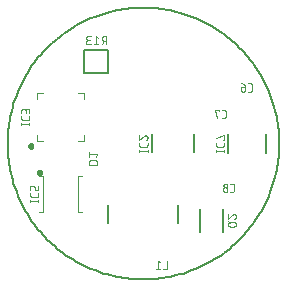
<source format=gbo>
G04 EAGLE Gerber RS-274X export*
G75*
%MOMM*%
%FSLAX35Y35*%
%LPD*%
%INsilk_bottom*%
%IPPOS*%
%AMOC8*
5,1,8,0,0,1.08239X$1,22.5*%
G01*
%ADD10C,0.127000*%
%ADD11C,0.050800*%
%ADD12C,0.101600*%
%ADD13C,0.300000*%
%ADD14C,0.152400*%


D10*
X-1150000Y0D02*
X-1149654Y28222D01*
X-1148615Y56428D01*
X-1146884Y84599D01*
X-1144462Y112720D01*
X-1141351Y140772D01*
X-1137553Y168740D01*
X-1133069Y196606D01*
X-1127903Y224354D01*
X-1122057Y251966D01*
X-1115536Y279427D01*
X-1108342Y306720D01*
X-1100481Y333827D01*
X-1091957Y360734D01*
X-1082776Y387423D01*
X-1072942Y413879D01*
X-1062461Y440086D01*
X-1051341Y466028D01*
X-1039588Y491688D01*
X-1027208Y517053D01*
X-1014209Y542106D01*
X-1000600Y566833D01*
X-986388Y591218D01*
X-971582Y615247D01*
X-956190Y638906D01*
X-940223Y662179D01*
X-923689Y685054D01*
X-906598Y707516D01*
X-888962Y729552D01*
X-870790Y751149D01*
X-852094Y772293D01*
X-832884Y792972D01*
X-813173Y813173D01*
X-792972Y832884D01*
X-772293Y852094D01*
X-751149Y870790D01*
X-729552Y888962D01*
X-707516Y906598D01*
X-685054Y923689D01*
X-662179Y940223D01*
X-638906Y956190D01*
X-615247Y971582D01*
X-591218Y986388D01*
X-566833Y1000600D01*
X-542106Y1014209D01*
X-517053Y1027208D01*
X-491688Y1039588D01*
X-466028Y1051341D01*
X-440086Y1062461D01*
X-413879Y1072942D01*
X-387423Y1082776D01*
X-360734Y1091957D01*
X-333827Y1100481D01*
X-306720Y1108342D01*
X-279427Y1115536D01*
X-251966Y1122057D01*
X-224354Y1127903D01*
X-196606Y1133069D01*
X-168740Y1137553D01*
X-140772Y1141351D01*
X-112720Y1144462D01*
X-84599Y1146884D01*
X-56428Y1148615D01*
X-28222Y1149654D01*
X0Y1150000D01*
X28222Y1149654D01*
X56428Y1148615D01*
X84599Y1146884D01*
X112720Y1144462D01*
X140772Y1141351D01*
X168740Y1137553D01*
X196606Y1133069D01*
X224354Y1127903D01*
X251966Y1122057D01*
X279427Y1115536D01*
X306720Y1108342D01*
X333827Y1100481D01*
X360734Y1091957D01*
X387423Y1082776D01*
X413879Y1072942D01*
X440086Y1062461D01*
X466028Y1051341D01*
X491688Y1039588D01*
X517053Y1027208D01*
X542106Y1014209D01*
X566833Y1000600D01*
X591218Y986388D01*
X615247Y971582D01*
X638906Y956190D01*
X662179Y940223D01*
X685054Y923689D01*
X707516Y906598D01*
X729552Y888962D01*
X751149Y870790D01*
X772293Y852094D01*
X792972Y832884D01*
X813173Y813173D01*
X832884Y792972D01*
X852094Y772293D01*
X870790Y751149D01*
X888962Y729552D01*
X906598Y707516D01*
X923689Y685054D01*
X940223Y662179D01*
X956190Y638906D01*
X971582Y615247D01*
X986388Y591218D01*
X1000600Y566833D01*
X1014209Y542106D01*
X1027208Y517053D01*
X1039588Y491688D01*
X1051341Y466028D01*
X1062461Y440086D01*
X1072942Y413879D01*
X1082776Y387423D01*
X1091957Y360734D01*
X1100481Y333827D01*
X1108342Y306720D01*
X1115536Y279427D01*
X1122057Y251966D01*
X1127903Y224354D01*
X1133069Y196606D01*
X1137553Y168740D01*
X1141351Y140772D01*
X1144462Y112720D01*
X1146884Y84599D01*
X1148615Y56428D01*
X1149654Y28222D01*
X1150000Y0D01*
X1149654Y-28222D01*
X1148615Y-56428D01*
X1146884Y-84599D01*
X1144462Y-112720D01*
X1141351Y-140772D01*
X1137553Y-168740D01*
X1133069Y-196606D01*
X1127903Y-224354D01*
X1122057Y-251966D01*
X1115536Y-279427D01*
X1108342Y-306720D01*
X1100481Y-333827D01*
X1091957Y-360734D01*
X1082776Y-387423D01*
X1072942Y-413879D01*
X1062461Y-440086D01*
X1051341Y-466028D01*
X1039588Y-491688D01*
X1027208Y-517053D01*
X1014209Y-542106D01*
X1000600Y-566833D01*
X986388Y-591218D01*
X971582Y-615247D01*
X956190Y-638906D01*
X940223Y-662179D01*
X923689Y-685054D01*
X906598Y-707516D01*
X888962Y-729552D01*
X870790Y-751149D01*
X852094Y-772293D01*
X832884Y-792972D01*
X813173Y-813173D01*
X792972Y-832884D01*
X772293Y-852094D01*
X751149Y-870790D01*
X729552Y-888962D01*
X707516Y-906598D01*
X685054Y-923689D01*
X662179Y-940223D01*
X638906Y-956190D01*
X615247Y-971582D01*
X591218Y-986388D01*
X566833Y-1000600D01*
X542106Y-1014209D01*
X517053Y-1027208D01*
X491688Y-1039588D01*
X466028Y-1051341D01*
X440086Y-1062461D01*
X413879Y-1072942D01*
X387423Y-1082776D01*
X360734Y-1091957D01*
X333827Y-1100481D01*
X306720Y-1108342D01*
X279427Y-1115536D01*
X251966Y-1122057D01*
X224354Y-1127903D01*
X196606Y-1133069D01*
X168740Y-1137553D01*
X140772Y-1141351D01*
X112720Y-1144462D01*
X84599Y-1146884D01*
X56428Y-1148615D01*
X28222Y-1149654D01*
X0Y-1150000D01*
X-28222Y-1149654D01*
X-56428Y-1148615D01*
X-84599Y-1146884D01*
X-112720Y-1144462D01*
X-140772Y-1141351D01*
X-168740Y-1137553D01*
X-196606Y-1133069D01*
X-224354Y-1127903D01*
X-251966Y-1122057D01*
X-279427Y-1115536D01*
X-306720Y-1108342D01*
X-333827Y-1100481D01*
X-360734Y-1091957D01*
X-387423Y-1082776D01*
X-413879Y-1072942D01*
X-440086Y-1062461D01*
X-466028Y-1051341D01*
X-491688Y-1039588D01*
X-517053Y-1027208D01*
X-542106Y-1014209D01*
X-566833Y-1000600D01*
X-591218Y-986388D01*
X-615247Y-971582D01*
X-638906Y-956190D01*
X-662179Y-940223D01*
X-685054Y-923689D01*
X-707516Y-906598D01*
X-729552Y-888962D01*
X-751149Y-870790D01*
X-772293Y-852094D01*
X-792972Y-832884D01*
X-813173Y-813173D01*
X-832884Y-792972D01*
X-852094Y-772293D01*
X-870790Y-751149D01*
X-888962Y-729552D01*
X-906598Y-707516D01*
X-923689Y-685054D01*
X-940223Y-662179D01*
X-956190Y-638906D01*
X-971582Y-615247D01*
X-986388Y-591218D01*
X-1000600Y-566833D01*
X-1014209Y-542106D01*
X-1027208Y-517053D01*
X-1039588Y-491688D01*
X-1051341Y-466028D01*
X-1062461Y-440086D01*
X-1072942Y-413879D01*
X-1082776Y-387423D01*
X-1091957Y-360734D01*
X-1100481Y-333827D01*
X-1108342Y-306720D01*
X-1115536Y-279427D01*
X-1122057Y-251966D01*
X-1127903Y-224354D01*
X-1133069Y-196606D01*
X-1137553Y-168740D01*
X-1141351Y-140772D01*
X-1144462Y-112720D01*
X-1146884Y-84599D01*
X-1148615Y-56428D01*
X-1149654Y-28222D01*
X-1150000Y0D01*
D11*
X886562Y440040D02*
X902100Y440040D01*
X902475Y440045D01*
X902851Y440058D01*
X903225Y440081D01*
X903600Y440113D01*
X903973Y440153D01*
X904345Y440203D01*
X904716Y440262D01*
X905085Y440329D01*
X905453Y440406D01*
X905818Y440492D01*
X906182Y440586D01*
X906543Y440689D01*
X906902Y440800D01*
X907257Y440921D01*
X907610Y441050D01*
X907959Y441187D01*
X908305Y441333D01*
X908648Y441487D01*
X908986Y441649D01*
X909321Y441820D01*
X909651Y441998D01*
X909977Y442185D01*
X910298Y442379D01*
X910615Y442581D01*
X910927Y442790D01*
X911233Y443007D01*
X911534Y443232D01*
X911830Y443463D01*
X912120Y443702D01*
X912404Y443948D01*
X912682Y444200D01*
X912953Y444459D01*
X913219Y444725D01*
X913478Y444996D01*
X913730Y445274D01*
X913976Y445558D01*
X914215Y445848D01*
X914446Y446144D01*
X914671Y446445D01*
X914888Y446751D01*
X915097Y447063D01*
X915299Y447380D01*
X915493Y447701D01*
X915680Y448027D01*
X915858Y448357D01*
X916029Y448692D01*
X916191Y449030D01*
X916345Y449373D01*
X916491Y449719D01*
X916628Y450068D01*
X916757Y450421D01*
X916878Y450776D01*
X916989Y451135D01*
X917092Y451496D01*
X917186Y451860D01*
X917272Y452225D01*
X917349Y452593D01*
X917416Y452962D01*
X917475Y453333D01*
X917525Y453705D01*
X917565Y454078D01*
X917597Y454453D01*
X917620Y454827D01*
X917633Y455203D01*
X917638Y455578D01*
X917638Y494422D01*
X917633Y494797D01*
X917620Y495173D01*
X917597Y495547D01*
X917565Y495922D01*
X917525Y496295D01*
X917475Y496667D01*
X917416Y497038D01*
X917349Y497407D01*
X917272Y497775D01*
X917186Y498140D01*
X917092Y498504D01*
X916989Y498865D01*
X916878Y499224D01*
X916757Y499579D01*
X916628Y499932D01*
X916491Y500281D01*
X916345Y500627D01*
X916191Y500970D01*
X916029Y501308D01*
X915858Y501643D01*
X915680Y501973D01*
X915493Y502299D01*
X915299Y502620D01*
X915097Y502937D01*
X914888Y503249D01*
X914671Y503555D01*
X914446Y503856D01*
X914215Y504152D01*
X913976Y504442D01*
X913730Y504726D01*
X913478Y505004D01*
X913219Y505275D01*
X912953Y505541D01*
X912682Y505800D01*
X912404Y506052D01*
X912120Y506298D01*
X911830Y506537D01*
X911534Y506768D01*
X911233Y506993D01*
X910927Y507210D01*
X910615Y507419D01*
X910298Y507621D01*
X909977Y507815D01*
X909651Y508002D01*
X909321Y508180D01*
X908986Y508351D01*
X908648Y508513D01*
X908305Y508667D01*
X907959Y508813D01*
X907610Y508950D01*
X907257Y509079D01*
X906902Y509200D01*
X906543Y509311D01*
X906182Y509414D01*
X905818Y509508D01*
X905453Y509594D01*
X905085Y509671D01*
X904716Y509738D01*
X904345Y509797D01*
X903973Y509847D01*
X903600Y509887D01*
X903225Y509919D01*
X902851Y509942D01*
X902475Y509955D01*
X902100Y509960D01*
X886562Y509960D01*
X861207Y478884D02*
X837900Y478884D01*
X837519Y478879D01*
X837138Y478865D01*
X836757Y478842D01*
X836377Y478809D01*
X835998Y478767D01*
X835620Y478716D01*
X835244Y478655D01*
X834869Y478585D01*
X834496Y478506D01*
X834125Y478418D01*
X833756Y478321D01*
X833390Y478215D01*
X833026Y478100D01*
X832665Y477976D01*
X832308Y477843D01*
X831954Y477701D01*
X831603Y477551D01*
X831257Y477392D01*
X830914Y477225D01*
X830576Y477049D01*
X830241Y476865D01*
X829912Y476673D01*
X829587Y476473D01*
X829268Y476265D01*
X828953Y476050D01*
X828644Y475826D01*
X828341Y475595D01*
X828043Y475357D01*
X827751Y475112D01*
X827465Y474859D01*
X827186Y474599D01*
X826913Y474333D01*
X826647Y474060D01*
X826387Y473781D01*
X826135Y473495D01*
X825889Y473203D01*
X825651Y472906D01*
X825420Y472602D01*
X825196Y472293D01*
X824981Y471979D01*
X824773Y471659D01*
X824573Y471334D01*
X824381Y471005D01*
X824197Y470671D01*
X824021Y470332D01*
X823854Y469990D01*
X823695Y469643D01*
X823545Y469292D01*
X823403Y468938D01*
X823270Y468581D01*
X823146Y468220D01*
X823031Y467857D01*
X822925Y467490D01*
X822828Y467122D01*
X822740Y466751D01*
X822661Y466378D01*
X822591Y466003D01*
X822530Y465626D01*
X822479Y465248D01*
X822437Y464869D01*
X822404Y464489D01*
X822381Y464109D01*
X822367Y463728D01*
X822362Y463346D01*
X822362Y463347D02*
X822362Y459462D01*
X822368Y458989D01*
X822385Y458516D01*
X822414Y458044D01*
X822454Y457573D01*
X822506Y457103D01*
X822569Y456634D01*
X822644Y456167D01*
X822729Y455702D01*
X822827Y455239D01*
X822935Y454779D01*
X823055Y454321D01*
X823185Y453867D01*
X823327Y453415D01*
X823480Y452968D01*
X823644Y452524D01*
X823818Y452084D01*
X824003Y451649D01*
X824198Y451218D01*
X824404Y450792D01*
X824621Y450372D01*
X824847Y449957D01*
X825084Y449547D01*
X825330Y449143D01*
X825586Y448746D01*
X825852Y448354D01*
X826127Y447970D01*
X826412Y447592D01*
X826705Y447221D01*
X827008Y446857D01*
X827319Y446501D01*
X827639Y446153D01*
X827967Y445812D01*
X828304Y445480D01*
X828648Y445156D01*
X829000Y444840D01*
X829360Y444533D01*
X829727Y444235D01*
X830102Y443946D01*
X830483Y443666D01*
X830871Y443396D01*
X831266Y443135D01*
X831666Y442884D01*
X832073Y442642D01*
X832485Y442411D01*
X832903Y442189D01*
X833327Y441978D01*
X833755Y441777D01*
X834188Y441587D01*
X834625Y441407D01*
X835067Y441238D01*
X835513Y441080D01*
X835962Y440933D01*
X836415Y440797D01*
X836872Y440672D01*
X837331Y440557D01*
X837792Y440455D01*
X838256Y440363D01*
X838722Y440283D01*
X839190Y440214D01*
X839660Y440157D01*
X840131Y440111D01*
X840602Y440076D01*
X841075Y440053D01*
X841548Y440041D01*
X842020Y440041D01*
X842493Y440053D01*
X842966Y440076D01*
X843437Y440111D01*
X843908Y440157D01*
X844378Y440214D01*
X844846Y440283D01*
X845312Y440363D01*
X845776Y440455D01*
X846237Y440557D01*
X846696Y440672D01*
X847153Y440797D01*
X847606Y440933D01*
X848055Y441080D01*
X848501Y441238D01*
X848943Y441407D01*
X849380Y441587D01*
X849813Y441777D01*
X850241Y441978D01*
X850665Y442189D01*
X851083Y442411D01*
X851495Y442642D01*
X851902Y442884D01*
X852302Y443135D01*
X852697Y443396D01*
X853085Y443666D01*
X853466Y443946D01*
X853841Y444235D01*
X854208Y444533D01*
X854568Y444840D01*
X854920Y445156D01*
X855264Y445480D01*
X855601Y445812D01*
X855929Y446153D01*
X856249Y446501D01*
X856560Y446857D01*
X856863Y447221D01*
X857156Y447592D01*
X857441Y447970D01*
X857716Y448354D01*
X857982Y448746D01*
X858238Y449143D01*
X858484Y449547D01*
X858721Y449957D01*
X858947Y450372D01*
X859164Y450792D01*
X859370Y451218D01*
X859565Y451649D01*
X859750Y452084D01*
X859924Y452524D01*
X860088Y452968D01*
X860241Y453415D01*
X860383Y453867D01*
X860513Y454321D01*
X860633Y454779D01*
X860741Y455239D01*
X860839Y455702D01*
X860924Y456167D01*
X860999Y456634D01*
X861062Y457103D01*
X861114Y457573D01*
X861154Y458044D01*
X861183Y458516D01*
X861200Y458989D01*
X861206Y459462D01*
X861207Y459462D02*
X861207Y478884D01*
X861198Y479647D01*
X861170Y480409D01*
X861123Y481170D01*
X861057Y481930D01*
X860973Y482688D01*
X860871Y483444D01*
X860749Y484197D01*
X860610Y484947D01*
X860452Y485693D01*
X860276Y486435D01*
X860081Y487172D01*
X859869Y487905D01*
X859639Y488632D01*
X859390Y489353D01*
X859125Y490068D01*
X858842Y490776D01*
X858541Y491477D01*
X858223Y492171D01*
X857889Y492856D01*
X857538Y493533D01*
X857170Y494201D01*
X856786Y494860D01*
X856386Y495509D01*
X855970Y496149D01*
X855538Y496778D01*
X855092Y497396D01*
X854630Y498003D01*
X854153Y498598D01*
X853662Y499182D01*
X853157Y499753D01*
X852638Y500312D01*
X852105Y500858D01*
X851559Y501390D01*
X851001Y501910D01*
X850429Y502415D01*
X849846Y502906D01*
X849250Y503382D01*
X848643Y503844D01*
X848025Y504291D01*
X847396Y504723D01*
X846757Y505138D01*
X846108Y505539D01*
X845449Y505923D01*
X844781Y506290D01*
X844104Y506642D01*
X843418Y506976D01*
X842725Y507294D01*
X842024Y507594D01*
X841316Y507878D01*
X840601Y508143D01*
X839879Y508391D01*
X839152Y508622D01*
X838420Y508834D01*
X837682Y509029D01*
X836940Y509205D01*
X836194Y509363D01*
X835444Y509502D01*
X834691Y509624D01*
X833936Y509726D01*
X833178Y509810D01*
X832418Y509876D01*
X831656Y509923D01*
X830894Y509951D01*
X830132Y509960D01*
X-390040Y-179297D02*
X-459960Y-179297D01*
X-390040Y-179297D02*
X-390040Y-159875D01*
X-390046Y-159406D01*
X-390063Y-158937D01*
X-390091Y-158468D01*
X-390131Y-158000D01*
X-390182Y-157534D01*
X-390244Y-157069D01*
X-390317Y-156605D01*
X-390402Y-156143D01*
X-390498Y-155684D01*
X-390604Y-155227D01*
X-390722Y-154772D01*
X-390851Y-154321D01*
X-390991Y-153873D01*
X-391141Y-153428D01*
X-391302Y-152988D01*
X-391474Y-152551D01*
X-391656Y-152118D01*
X-391849Y-151690D01*
X-392052Y-151267D01*
X-392265Y-150849D01*
X-392488Y-150436D01*
X-392721Y-150028D01*
X-392964Y-149627D01*
X-393216Y-149231D01*
X-393478Y-148841D01*
X-393749Y-148458D01*
X-394030Y-148082D01*
X-394319Y-147713D01*
X-394618Y-147350D01*
X-394925Y-146995D01*
X-395240Y-146648D01*
X-395564Y-146308D01*
X-395896Y-145976D01*
X-396236Y-145652D01*
X-396583Y-145337D01*
X-396938Y-145030D01*
X-397301Y-144731D01*
X-397670Y-144442D01*
X-398046Y-144161D01*
X-398429Y-143890D01*
X-398819Y-143628D01*
X-399215Y-143376D01*
X-399616Y-143133D01*
X-400024Y-142900D01*
X-400437Y-142677D01*
X-400855Y-142464D01*
X-401278Y-142261D01*
X-401706Y-142068D01*
X-402139Y-141886D01*
X-402576Y-141714D01*
X-403016Y-141553D01*
X-403461Y-141403D01*
X-403909Y-141263D01*
X-404360Y-141134D01*
X-404815Y-141016D01*
X-405272Y-140910D01*
X-405731Y-140814D01*
X-406193Y-140729D01*
X-406657Y-140656D01*
X-407122Y-140594D01*
X-407588Y-140543D01*
X-408056Y-140503D01*
X-408525Y-140475D01*
X-408994Y-140458D01*
X-409463Y-140452D01*
X-409463Y-140453D02*
X-440538Y-140453D01*
X-441007Y-140459D01*
X-441476Y-140476D01*
X-441945Y-140504D01*
X-442413Y-140544D01*
X-442879Y-140595D01*
X-443344Y-140657D01*
X-443808Y-140730D01*
X-444270Y-140815D01*
X-444729Y-140911D01*
X-445186Y-141017D01*
X-445640Y-141135D01*
X-446092Y-141264D01*
X-446540Y-141404D01*
X-446984Y-141554D01*
X-447425Y-141715D01*
X-447862Y-141887D01*
X-448295Y-142069D01*
X-448723Y-142262D01*
X-449146Y-142465D01*
X-449564Y-142678D01*
X-449977Y-142901D01*
X-450384Y-143134D01*
X-450786Y-143377D01*
X-451182Y-143629D01*
X-451571Y-143891D01*
X-451954Y-144162D01*
X-452330Y-144443D01*
X-452700Y-144732D01*
X-453062Y-145031D01*
X-453417Y-145338D01*
X-453765Y-145653D01*
X-454105Y-145977D01*
X-454436Y-146309D01*
X-454760Y-146648D01*
X-455076Y-146996D01*
X-455383Y-147351D01*
X-455681Y-147713D01*
X-455970Y-148083D01*
X-456251Y-148459D01*
X-456522Y-148842D01*
X-456784Y-149232D01*
X-457036Y-149627D01*
X-457279Y-150029D01*
X-457512Y-150436D01*
X-457735Y-150849D01*
X-457949Y-151268D01*
X-458151Y-151691D01*
X-458344Y-152119D01*
X-458526Y-152551D01*
X-458698Y-152988D01*
X-458859Y-153429D01*
X-459009Y-153874D01*
X-459149Y-154322D01*
X-459278Y-154773D01*
X-459396Y-155227D01*
X-459502Y-155684D01*
X-459598Y-156144D01*
X-459683Y-156605D01*
X-459756Y-157069D01*
X-459818Y-157534D01*
X-459869Y-158001D01*
X-459909Y-158468D01*
X-459937Y-158937D01*
X-459954Y-159406D01*
X-459960Y-159875D01*
X-459960Y-179297D01*
X-405578Y-109547D02*
X-390040Y-90125D01*
X-459960Y-90125D01*
X-459960Y-109547D02*
X-459960Y-70703D01*
D10*
X70000Y-75000D02*
X70000Y85000D01*
X430000Y85000D02*
X430000Y-75000D01*
D11*
X34960Y-60952D02*
X-34960Y-60952D01*
X-34960Y-68721D02*
X-34960Y-53183D01*
X34960Y-53183D02*
X34960Y-68721D01*
X-34960Y-11018D02*
X-34960Y4520D01*
X-34961Y-11018D02*
X-34956Y-11393D01*
X-34943Y-11769D01*
X-34920Y-12143D01*
X-34888Y-12518D01*
X-34848Y-12891D01*
X-34798Y-13263D01*
X-34739Y-13634D01*
X-34672Y-14003D01*
X-34595Y-14371D01*
X-34509Y-14736D01*
X-34415Y-15100D01*
X-34312Y-15461D01*
X-34201Y-15820D01*
X-34080Y-16175D01*
X-33951Y-16528D01*
X-33814Y-16877D01*
X-33668Y-17223D01*
X-33514Y-17566D01*
X-33352Y-17904D01*
X-33181Y-18239D01*
X-33003Y-18569D01*
X-32816Y-18895D01*
X-32622Y-19216D01*
X-32420Y-19533D01*
X-32211Y-19845D01*
X-31994Y-20151D01*
X-31769Y-20452D01*
X-31538Y-20748D01*
X-31299Y-21038D01*
X-31053Y-21322D01*
X-30801Y-21600D01*
X-30542Y-21871D01*
X-30276Y-22137D01*
X-30005Y-22396D01*
X-29727Y-22648D01*
X-29443Y-22894D01*
X-29153Y-23133D01*
X-28857Y-23364D01*
X-28556Y-23589D01*
X-28250Y-23806D01*
X-27938Y-24015D01*
X-27621Y-24217D01*
X-27300Y-24411D01*
X-26974Y-24598D01*
X-26644Y-24776D01*
X-26309Y-24947D01*
X-25971Y-25109D01*
X-25628Y-25263D01*
X-25282Y-25409D01*
X-24933Y-25546D01*
X-24580Y-25675D01*
X-24225Y-25796D01*
X-23866Y-25907D01*
X-23505Y-26010D01*
X-23141Y-26104D01*
X-22776Y-26190D01*
X-22408Y-26267D01*
X-22039Y-26334D01*
X-21668Y-26393D01*
X-21296Y-26443D01*
X-20923Y-26483D01*
X-20548Y-26515D01*
X-20174Y-26538D01*
X-19798Y-26551D01*
X-19423Y-26556D01*
X-19423Y-26555D02*
X19422Y-26555D01*
X19803Y-26550D01*
X20184Y-26536D01*
X20565Y-26513D01*
X20945Y-26480D01*
X21324Y-26438D01*
X21702Y-26387D01*
X22078Y-26326D01*
X22453Y-26256D01*
X22826Y-26177D01*
X23197Y-26089D01*
X23566Y-25992D01*
X23932Y-25886D01*
X24296Y-25771D01*
X24657Y-25647D01*
X25014Y-25514D01*
X25368Y-25372D01*
X25719Y-25222D01*
X26065Y-25063D01*
X26408Y-24896D01*
X26746Y-24720D01*
X27081Y-24536D01*
X27410Y-24344D01*
X27735Y-24144D01*
X28054Y-23936D01*
X28369Y-23721D01*
X28678Y-23497D01*
X28981Y-23266D01*
X29279Y-23028D01*
X29571Y-22783D01*
X29857Y-22530D01*
X30136Y-22270D01*
X30409Y-22004D01*
X30675Y-21731D01*
X30935Y-21452D01*
X31187Y-21166D01*
X31433Y-20874D01*
X31671Y-20577D01*
X31902Y-20273D01*
X32126Y-19964D01*
X32341Y-19650D01*
X32549Y-19330D01*
X32749Y-19005D01*
X32941Y-18676D01*
X33125Y-18342D01*
X33301Y-18003D01*
X33468Y-17661D01*
X33627Y-17314D01*
X33777Y-16963D01*
X33919Y-16609D01*
X34052Y-16252D01*
X34176Y-15891D01*
X34291Y-15528D01*
X34397Y-15161D01*
X34494Y-14793D01*
X34582Y-14422D01*
X34661Y-14049D01*
X34731Y-13674D01*
X34792Y-13297D01*
X34843Y-12919D01*
X34885Y-12540D01*
X34918Y-12160D01*
X34941Y-11780D01*
X34955Y-11399D01*
X34960Y-11017D01*
X34960Y-11018D02*
X34960Y4520D01*
X34960Y51240D02*
X34955Y51662D01*
X34940Y52085D01*
X34914Y52506D01*
X34878Y52927D01*
X34833Y53347D01*
X34777Y53766D01*
X34710Y54183D01*
X34634Y54598D01*
X34548Y55012D01*
X34452Y55423D01*
X34346Y55832D01*
X34230Y56238D01*
X34104Y56642D01*
X33969Y57042D01*
X33824Y57438D01*
X33670Y57832D01*
X33506Y58221D01*
X33332Y58606D01*
X33150Y58987D01*
X32958Y59363D01*
X32757Y59735D01*
X32547Y60102D01*
X32329Y60463D01*
X32101Y60819D01*
X31866Y61170D01*
X31622Y61514D01*
X31369Y61853D01*
X31109Y62186D01*
X30840Y62512D01*
X30564Y62831D01*
X30280Y63144D01*
X29989Y63450D01*
X29690Y63749D01*
X29384Y64040D01*
X29071Y64324D01*
X28752Y64600D01*
X28426Y64869D01*
X28093Y65129D01*
X27754Y65382D01*
X27410Y65626D01*
X27059Y65861D01*
X26703Y66089D01*
X26342Y66307D01*
X25975Y66517D01*
X25603Y66718D01*
X25227Y66910D01*
X24846Y67092D01*
X24461Y67266D01*
X24072Y67430D01*
X23678Y67584D01*
X23282Y67729D01*
X22882Y67864D01*
X22478Y67990D01*
X22072Y68106D01*
X21663Y68212D01*
X21252Y68308D01*
X20838Y68394D01*
X20423Y68470D01*
X20006Y68537D01*
X19587Y68593D01*
X19167Y68638D01*
X18746Y68674D01*
X18325Y68700D01*
X17902Y68715D01*
X17480Y68720D01*
X34960Y51240D02*
X34953Y50697D01*
X34934Y50154D01*
X34901Y49612D01*
X34855Y49071D01*
X34796Y48531D01*
X34724Y47993D01*
X34639Y47456D01*
X34541Y46922D01*
X34430Y46390D01*
X34306Y45862D01*
X34170Y45336D01*
X34021Y44814D01*
X33859Y44295D01*
X33685Y43781D01*
X33498Y43271D01*
X33300Y42765D01*
X33089Y42265D01*
X32866Y41770D01*
X32631Y41280D01*
X32384Y40796D01*
X32125Y40319D01*
X31856Y39847D01*
X31574Y39383D01*
X31282Y38925D01*
X30979Y38474D01*
X30665Y38031D01*
X30340Y37596D01*
X30005Y37169D01*
X29659Y36750D01*
X29304Y36339D01*
X28939Y35937D01*
X28564Y35544D01*
X28180Y35160D01*
X27786Y34786D01*
X27384Y34421D01*
X26973Y34066D01*
X26553Y33721D01*
X26126Y33387D01*
X25690Y33062D01*
X25246Y32749D01*
X24796Y32446D01*
X24337Y32154D01*
X23872Y31874D01*
X23401Y31604D01*
X22923Y31347D01*
X22439Y31101D01*
X21949Y30866D01*
X21453Y30644D01*
X20953Y30433D01*
X20447Y30235D01*
X19937Y30049D01*
X19422Y29875D01*
X3885Y62893D02*
X4206Y63223D01*
X4536Y63545D01*
X4874Y63858D01*
X5219Y64163D01*
X5572Y64460D01*
X5931Y64748D01*
X6298Y65027D01*
X6671Y65296D01*
X7051Y65557D01*
X7437Y65808D01*
X7830Y66050D01*
X8228Y66282D01*
X8631Y66504D01*
X9040Y66716D01*
X9454Y66918D01*
X9873Y67110D01*
X10297Y67291D01*
X10724Y67462D01*
X11156Y67623D01*
X11592Y67773D01*
X12031Y67912D01*
X12474Y68040D01*
X12919Y68158D01*
X13367Y68264D01*
X13818Y68359D01*
X14271Y68444D01*
X14726Y68517D01*
X15182Y68579D01*
X15640Y68630D01*
X16099Y68669D01*
X16559Y68697D01*
X17019Y68714D01*
X17480Y68720D01*
X3884Y62893D02*
X-34960Y29876D01*
X-34960Y68720D01*
D12*
X-850000Y25000D02*
X-900000Y25000D01*
X-900000Y75000D01*
X-900000Y425000D02*
X-850000Y425000D01*
X-900000Y425000D02*
X-900000Y375000D01*
X-550000Y425000D02*
X-500000Y425000D01*
X-500000Y375000D01*
X-500000Y25000D02*
X-550000Y25000D01*
X-500000Y25000D02*
X-500000Y75000D01*
D13*
X-960000Y-25000D02*
X-959997Y-24755D01*
X-959988Y-24509D01*
X-959973Y-24264D01*
X-959952Y-24020D01*
X-959925Y-23776D01*
X-959892Y-23533D01*
X-959853Y-23290D01*
X-959808Y-23049D01*
X-959757Y-22809D01*
X-959700Y-22570D01*
X-959638Y-22333D01*
X-959569Y-22097D01*
X-959495Y-21863D01*
X-959415Y-21631D01*
X-959330Y-21401D01*
X-959239Y-21173D01*
X-959142Y-20948D01*
X-959040Y-20724D01*
X-958932Y-20504D01*
X-958819Y-20286D01*
X-958701Y-20071D01*
X-958577Y-19859D01*
X-958449Y-19650D01*
X-958315Y-19444D01*
X-958176Y-19242D01*
X-958032Y-19043D01*
X-957883Y-18848D01*
X-957730Y-18656D01*
X-957572Y-18468D01*
X-957410Y-18284D01*
X-957242Y-18105D01*
X-957071Y-17929D01*
X-956895Y-17758D01*
X-956716Y-17590D01*
X-956532Y-17428D01*
X-956344Y-17270D01*
X-956152Y-17117D01*
X-955957Y-16968D01*
X-955758Y-16824D01*
X-955556Y-16685D01*
X-955350Y-16551D01*
X-955141Y-16423D01*
X-954929Y-16299D01*
X-954714Y-16181D01*
X-954496Y-16068D01*
X-954276Y-15960D01*
X-954052Y-15858D01*
X-953827Y-15761D01*
X-953599Y-15670D01*
X-953369Y-15585D01*
X-953137Y-15505D01*
X-952903Y-15431D01*
X-952667Y-15362D01*
X-952430Y-15300D01*
X-952191Y-15243D01*
X-951951Y-15192D01*
X-951710Y-15147D01*
X-951467Y-15108D01*
X-951224Y-15075D01*
X-950980Y-15048D01*
X-950736Y-15027D01*
X-950491Y-15012D01*
X-950245Y-15003D01*
X-950000Y-15000D01*
X-949755Y-15003D01*
X-949509Y-15012D01*
X-949264Y-15027D01*
X-949020Y-15048D01*
X-948776Y-15075D01*
X-948533Y-15108D01*
X-948290Y-15147D01*
X-948049Y-15192D01*
X-947809Y-15243D01*
X-947570Y-15300D01*
X-947333Y-15362D01*
X-947097Y-15431D01*
X-946863Y-15505D01*
X-946631Y-15585D01*
X-946401Y-15670D01*
X-946173Y-15761D01*
X-945948Y-15858D01*
X-945724Y-15960D01*
X-945504Y-16068D01*
X-945286Y-16181D01*
X-945071Y-16299D01*
X-944859Y-16423D01*
X-944650Y-16551D01*
X-944444Y-16685D01*
X-944242Y-16824D01*
X-944043Y-16968D01*
X-943848Y-17117D01*
X-943656Y-17270D01*
X-943468Y-17428D01*
X-943284Y-17590D01*
X-943105Y-17758D01*
X-942929Y-17929D01*
X-942758Y-18105D01*
X-942590Y-18284D01*
X-942428Y-18468D01*
X-942270Y-18656D01*
X-942117Y-18848D01*
X-941968Y-19043D01*
X-941824Y-19242D01*
X-941685Y-19444D01*
X-941551Y-19650D01*
X-941423Y-19859D01*
X-941299Y-20071D01*
X-941181Y-20286D01*
X-941068Y-20504D01*
X-940960Y-20724D01*
X-940858Y-20948D01*
X-940761Y-21173D01*
X-940670Y-21401D01*
X-940585Y-21631D01*
X-940505Y-21863D01*
X-940431Y-22097D01*
X-940362Y-22333D01*
X-940300Y-22570D01*
X-940243Y-22809D01*
X-940192Y-23049D01*
X-940147Y-23290D01*
X-940108Y-23533D01*
X-940075Y-23776D01*
X-940048Y-24020D01*
X-940027Y-24264D01*
X-940012Y-24509D01*
X-940003Y-24755D01*
X-940000Y-25000D01*
X-940003Y-25245D01*
X-940012Y-25491D01*
X-940027Y-25736D01*
X-940048Y-25980D01*
X-940075Y-26224D01*
X-940108Y-26467D01*
X-940147Y-26710D01*
X-940192Y-26951D01*
X-940243Y-27191D01*
X-940300Y-27430D01*
X-940362Y-27667D01*
X-940431Y-27903D01*
X-940505Y-28137D01*
X-940585Y-28369D01*
X-940670Y-28599D01*
X-940761Y-28827D01*
X-940858Y-29052D01*
X-940960Y-29276D01*
X-941068Y-29496D01*
X-941181Y-29714D01*
X-941299Y-29929D01*
X-941423Y-30141D01*
X-941551Y-30350D01*
X-941685Y-30556D01*
X-941824Y-30758D01*
X-941968Y-30957D01*
X-942117Y-31152D01*
X-942270Y-31344D01*
X-942428Y-31532D01*
X-942590Y-31716D01*
X-942758Y-31895D01*
X-942929Y-32071D01*
X-943105Y-32242D01*
X-943284Y-32410D01*
X-943468Y-32572D01*
X-943656Y-32730D01*
X-943848Y-32883D01*
X-944043Y-33032D01*
X-944242Y-33176D01*
X-944444Y-33315D01*
X-944650Y-33449D01*
X-944859Y-33577D01*
X-945071Y-33701D01*
X-945286Y-33819D01*
X-945504Y-33932D01*
X-945724Y-34040D01*
X-945948Y-34142D01*
X-946173Y-34239D01*
X-946401Y-34330D01*
X-946631Y-34415D01*
X-946863Y-34495D01*
X-947097Y-34569D01*
X-947333Y-34638D01*
X-947570Y-34700D01*
X-947809Y-34757D01*
X-948049Y-34808D01*
X-948290Y-34853D01*
X-948533Y-34892D01*
X-948776Y-34925D01*
X-949020Y-34952D01*
X-949264Y-34973D01*
X-949509Y-34988D01*
X-949755Y-34997D01*
X-950000Y-35000D01*
X-950245Y-34997D01*
X-950491Y-34988D01*
X-950736Y-34973D01*
X-950980Y-34952D01*
X-951224Y-34925D01*
X-951467Y-34892D01*
X-951710Y-34853D01*
X-951951Y-34808D01*
X-952191Y-34757D01*
X-952430Y-34700D01*
X-952667Y-34638D01*
X-952903Y-34569D01*
X-953137Y-34495D01*
X-953369Y-34415D01*
X-953599Y-34330D01*
X-953827Y-34239D01*
X-954052Y-34142D01*
X-954276Y-34040D01*
X-954496Y-33932D01*
X-954714Y-33819D01*
X-954929Y-33701D01*
X-955141Y-33577D01*
X-955350Y-33449D01*
X-955556Y-33315D01*
X-955758Y-33176D01*
X-955957Y-33032D01*
X-956152Y-32883D01*
X-956344Y-32730D01*
X-956532Y-32572D01*
X-956716Y-32410D01*
X-956895Y-32242D01*
X-957071Y-32071D01*
X-957242Y-31895D01*
X-957410Y-31716D01*
X-957572Y-31532D01*
X-957730Y-31344D01*
X-957883Y-31152D01*
X-958032Y-30957D01*
X-958176Y-30758D01*
X-958315Y-30556D01*
X-958449Y-30350D01*
X-958577Y-30141D01*
X-958701Y-29929D01*
X-958819Y-29714D01*
X-958932Y-29496D01*
X-959040Y-29276D01*
X-959142Y-29052D01*
X-959239Y-28827D01*
X-959330Y-28599D01*
X-959415Y-28369D01*
X-959495Y-28137D01*
X-959569Y-27903D01*
X-959638Y-27667D01*
X-959700Y-27430D01*
X-959757Y-27191D01*
X-959808Y-26951D01*
X-959853Y-26710D01*
X-959892Y-26467D01*
X-959925Y-26224D01*
X-959952Y-25980D01*
X-959973Y-25736D01*
X-959988Y-25491D01*
X-959997Y-25245D01*
X-960000Y-25000D01*
D11*
X-965040Y164048D02*
X-1034960Y164048D01*
X-1034960Y156280D02*
X-1034960Y171817D01*
X-965040Y171817D02*
X-965040Y156280D01*
X-1034960Y213983D02*
X-1034960Y229521D01*
X-1034961Y213983D02*
X-1034956Y213608D01*
X-1034943Y213232D01*
X-1034920Y212858D01*
X-1034888Y212483D01*
X-1034848Y212110D01*
X-1034798Y211738D01*
X-1034739Y211367D01*
X-1034672Y210998D01*
X-1034595Y210630D01*
X-1034509Y210265D01*
X-1034415Y209901D01*
X-1034312Y209540D01*
X-1034201Y209181D01*
X-1034080Y208826D01*
X-1033951Y208473D01*
X-1033814Y208124D01*
X-1033668Y207778D01*
X-1033514Y207435D01*
X-1033352Y207097D01*
X-1033181Y206762D01*
X-1033003Y206432D01*
X-1032816Y206106D01*
X-1032622Y205785D01*
X-1032420Y205468D01*
X-1032211Y205156D01*
X-1031994Y204850D01*
X-1031769Y204549D01*
X-1031538Y204253D01*
X-1031299Y203963D01*
X-1031053Y203679D01*
X-1030801Y203401D01*
X-1030542Y203130D01*
X-1030276Y202864D01*
X-1030005Y202605D01*
X-1029727Y202353D01*
X-1029443Y202107D01*
X-1029153Y201868D01*
X-1028857Y201637D01*
X-1028556Y201412D01*
X-1028250Y201195D01*
X-1027938Y200986D01*
X-1027621Y200784D01*
X-1027300Y200590D01*
X-1026974Y200403D01*
X-1026644Y200225D01*
X-1026309Y200054D01*
X-1025971Y199892D01*
X-1025628Y199738D01*
X-1025282Y199592D01*
X-1024933Y199455D01*
X-1024580Y199326D01*
X-1024225Y199205D01*
X-1023866Y199094D01*
X-1023505Y198991D01*
X-1023141Y198897D01*
X-1022776Y198811D01*
X-1022408Y198734D01*
X-1022039Y198667D01*
X-1021668Y198608D01*
X-1021296Y198558D01*
X-1020923Y198518D01*
X-1020548Y198486D01*
X-1020174Y198463D01*
X-1019798Y198450D01*
X-1019423Y198445D01*
X-980578Y198445D01*
X-980197Y198450D01*
X-979816Y198464D01*
X-979435Y198487D01*
X-979055Y198520D01*
X-978676Y198562D01*
X-978298Y198613D01*
X-977922Y198674D01*
X-977547Y198744D01*
X-977174Y198823D01*
X-976803Y198911D01*
X-976434Y199008D01*
X-976068Y199114D01*
X-975704Y199229D01*
X-975344Y199353D01*
X-974986Y199486D01*
X-974632Y199628D01*
X-974282Y199778D01*
X-973935Y199937D01*
X-973592Y200104D01*
X-973254Y200280D01*
X-972920Y200463D01*
X-972590Y200656D01*
X-972265Y200856D01*
X-971946Y201063D01*
X-971631Y201279D01*
X-971322Y201503D01*
X-971019Y201734D01*
X-970721Y201972D01*
X-970429Y202217D01*
X-970144Y202470D01*
X-969864Y202729D01*
X-969591Y202996D01*
X-969325Y203269D01*
X-969065Y203548D01*
X-968813Y203834D01*
X-968567Y204126D01*
X-968329Y204423D01*
X-968098Y204727D01*
X-967875Y205036D01*
X-967659Y205350D01*
X-967451Y205670D01*
X-967251Y205995D01*
X-967059Y206324D01*
X-966875Y206658D01*
X-966699Y206997D01*
X-966532Y207339D01*
X-966373Y207686D01*
X-966223Y208036D01*
X-966081Y208391D01*
X-965948Y208748D01*
X-965824Y209109D01*
X-965709Y209472D01*
X-965603Y209838D01*
X-965506Y210207D01*
X-965418Y210578D01*
X-965339Y210951D01*
X-965269Y211326D01*
X-965208Y211703D01*
X-965157Y212080D01*
X-965115Y212459D01*
X-965082Y212839D01*
X-965059Y213220D01*
X-965045Y213601D01*
X-965040Y213982D01*
X-965040Y213983D02*
X-965040Y229521D01*
X-1034960Y254876D02*
X-1034960Y274298D01*
X-1034954Y274771D01*
X-1034937Y275244D01*
X-1034908Y275716D01*
X-1034868Y276187D01*
X-1034816Y276657D01*
X-1034753Y277126D01*
X-1034678Y277593D01*
X-1034593Y278058D01*
X-1034495Y278521D01*
X-1034387Y278981D01*
X-1034267Y279439D01*
X-1034137Y279893D01*
X-1033995Y280345D01*
X-1033842Y280792D01*
X-1033678Y281236D01*
X-1033504Y281676D01*
X-1033319Y282111D01*
X-1033124Y282542D01*
X-1032918Y282968D01*
X-1032701Y283388D01*
X-1032475Y283803D01*
X-1032238Y284213D01*
X-1031992Y284617D01*
X-1031736Y285014D01*
X-1031470Y285406D01*
X-1031195Y285790D01*
X-1030910Y286168D01*
X-1030617Y286539D01*
X-1030314Y286903D01*
X-1030003Y287259D01*
X-1029683Y287607D01*
X-1029355Y287948D01*
X-1029018Y288280D01*
X-1028674Y288604D01*
X-1028322Y288920D01*
X-1027962Y289227D01*
X-1027595Y289525D01*
X-1027220Y289814D01*
X-1026839Y290094D01*
X-1026451Y290364D01*
X-1026056Y290625D01*
X-1025656Y290876D01*
X-1025249Y291118D01*
X-1024837Y291349D01*
X-1024419Y291571D01*
X-1023995Y291782D01*
X-1023567Y291983D01*
X-1023134Y292173D01*
X-1022697Y292353D01*
X-1022255Y292522D01*
X-1021809Y292680D01*
X-1021360Y292827D01*
X-1020907Y292963D01*
X-1020450Y293088D01*
X-1019991Y293203D01*
X-1019530Y293305D01*
X-1019066Y293397D01*
X-1018600Y293477D01*
X-1018132Y293546D01*
X-1017662Y293603D01*
X-1017191Y293649D01*
X-1016720Y293684D01*
X-1016247Y293707D01*
X-1015774Y293719D01*
X-1015302Y293719D01*
X-1014829Y293707D01*
X-1014356Y293684D01*
X-1013885Y293649D01*
X-1013414Y293603D01*
X-1012944Y293546D01*
X-1012476Y293477D01*
X-1012010Y293397D01*
X-1011546Y293305D01*
X-1011085Y293203D01*
X-1010626Y293088D01*
X-1010169Y292963D01*
X-1009716Y292827D01*
X-1009267Y292680D01*
X-1008821Y292522D01*
X-1008379Y292353D01*
X-1007942Y292173D01*
X-1007509Y291983D01*
X-1007081Y291782D01*
X-1006657Y291571D01*
X-1006239Y291349D01*
X-1005827Y291118D01*
X-1005420Y290876D01*
X-1005020Y290625D01*
X-1004625Y290364D01*
X-1004237Y290094D01*
X-1003856Y289814D01*
X-1003481Y289525D01*
X-1003114Y289227D01*
X-1002754Y288920D01*
X-1002402Y288604D01*
X-1002058Y288280D01*
X-1001721Y287948D01*
X-1001393Y287607D01*
X-1001073Y287259D01*
X-1000762Y286903D01*
X-1000459Y286539D01*
X-1000166Y286168D01*
X-999881Y285790D01*
X-999606Y285406D01*
X-999340Y285014D01*
X-999084Y284617D01*
X-998838Y284213D01*
X-998601Y283803D01*
X-998375Y283388D01*
X-998158Y282968D01*
X-997952Y282542D01*
X-997757Y282111D01*
X-997572Y281676D01*
X-997398Y281236D01*
X-997234Y280792D01*
X-997081Y280345D01*
X-996939Y279893D01*
X-996809Y279439D01*
X-996689Y278981D01*
X-996581Y278521D01*
X-996483Y278058D01*
X-996398Y277593D01*
X-996323Y277126D01*
X-996260Y276657D01*
X-996208Y276187D01*
X-996168Y275716D01*
X-996139Y275244D01*
X-996122Y274771D01*
X-996116Y274298D01*
X-965040Y278183D02*
X-965040Y254876D01*
X-965040Y278183D02*
X-965045Y278561D01*
X-965058Y278940D01*
X-965081Y279317D01*
X-965114Y279694D01*
X-965155Y280070D01*
X-965206Y280445D01*
X-965265Y280819D01*
X-965334Y281191D01*
X-965412Y281561D01*
X-965498Y281930D01*
X-965594Y282296D01*
X-965699Y282659D01*
X-965812Y283020D01*
X-965934Y283379D01*
X-966065Y283734D01*
X-966205Y284085D01*
X-966353Y284434D01*
X-966509Y284778D01*
X-966674Y285119D01*
X-966847Y285455D01*
X-967028Y285788D01*
X-967217Y286115D01*
X-967414Y286438D01*
X-967619Y286756D01*
X-967832Y287069D01*
X-968052Y287377D01*
X-968280Y287679D01*
X-968515Y287976D01*
X-968757Y288267D01*
X-969006Y288552D01*
X-969262Y288831D01*
X-969524Y289103D01*
X-969793Y289369D01*
X-970069Y289628D01*
X-970351Y289881D01*
X-970639Y290126D01*
X-970933Y290365D01*
X-971232Y290596D01*
X-971537Y290820D01*
X-971847Y291036D01*
X-972163Y291245D01*
X-972484Y291446D01*
X-972809Y291639D01*
X-973139Y291824D01*
X-973473Y292002D01*
X-973812Y292171D01*
X-974155Y292331D01*
X-974501Y292483D01*
X-974851Y292627D01*
X-975204Y292762D01*
X-975561Y292889D01*
X-975921Y293007D01*
X-976283Y293116D01*
X-976648Y293216D01*
X-977015Y293307D01*
X-977384Y293389D01*
X-977756Y293463D01*
X-978129Y293527D01*
X-978503Y293582D01*
X-978879Y293628D01*
X-979255Y293665D01*
X-979633Y293692D01*
X-980011Y293711D01*
X-980389Y293720D01*
X-980767Y293720D01*
X-981145Y293711D01*
X-981523Y293692D01*
X-981901Y293665D01*
X-982277Y293628D01*
X-982653Y293582D01*
X-983027Y293527D01*
X-983400Y293463D01*
X-983772Y293389D01*
X-984141Y293307D01*
X-984508Y293216D01*
X-984873Y293116D01*
X-985235Y293007D01*
X-985595Y292889D01*
X-985952Y292762D01*
X-986305Y292627D01*
X-986655Y292483D01*
X-987001Y292331D01*
X-987344Y292171D01*
X-987683Y292002D01*
X-988017Y291824D01*
X-988347Y291639D01*
X-988672Y291446D01*
X-988993Y291245D01*
X-989309Y291036D01*
X-989619Y290820D01*
X-989924Y290596D01*
X-990223Y290365D01*
X-990517Y290126D01*
X-990805Y289881D01*
X-991087Y289628D01*
X-991363Y289369D01*
X-991632Y289103D01*
X-991894Y288831D01*
X-992150Y288552D01*
X-992399Y288267D01*
X-992641Y287976D01*
X-992876Y287679D01*
X-993104Y287377D01*
X-993324Y287069D01*
X-993537Y286756D01*
X-993742Y286438D01*
X-993939Y286115D01*
X-994128Y285788D01*
X-994309Y285455D01*
X-994482Y285119D01*
X-994647Y284778D01*
X-994803Y284434D01*
X-994951Y284085D01*
X-995091Y283734D01*
X-995222Y283379D01*
X-995344Y283020D01*
X-995457Y282659D01*
X-995562Y282296D01*
X-995658Y281930D01*
X-995744Y281561D01*
X-995822Y281191D01*
X-995891Y280819D01*
X-995950Y280445D01*
X-996001Y280070D01*
X-996042Y279694D01*
X-996075Y279317D01*
X-996098Y278940D01*
X-996111Y278561D01*
X-996116Y278183D01*
X-996116Y262645D01*
D12*
X-550000Y-275000D02*
X-550000Y-575000D01*
X-850000Y-575000D02*
X-850000Y-275000D01*
D13*
X-885000Y-250000D02*
X-884997Y-249755D01*
X-884988Y-249509D01*
X-884973Y-249264D01*
X-884952Y-249020D01*
X-884925Y-248776D01*
X-884892Y-248533D01*
X-884853Y-248290D01*
X-884808Y-248049D01*
X-884757Y-247809D01*
X-884700Y-247570D01*
X-884638Y-247333D01*
X-884569Y-247097D01*
X-884495Y-246863D01*
X-884415Y-246631D01*
X-884330Y-246401D01*
X-884239Y-246173D01*
X-884142Y-245948D01*
X-884040Y-245724D01*
X-883932Y-245504D01*
X-883819Y-245286D01*
X-883701Y-245071D01*
X-883577Y-244859D01*
X-883449Y-244650D01*
X-883315Y-244444D01*
X-883176Y-244242D01*
X-883032Y-244043D01*
X-882883Y-243848D01*
X-882730Y-243656D01*
X-882572Y-243468D01*
X-882410Y-243284D01*
X-882242Y-243105D01*
X-882071Y-242929D01*
X-881895Y-242758D01*
X-881716Y-242590D01*
X-881532Y-242428D01*
X-881344Y-242270D01*
X-881152Y-242117D01*
X-880957Y-241968D01*
X-880758Y-241824D01*
X-880556Y-241685D01*
X-880350Y-241551D01*
X-880141Y-241423D01*
X-879929Y-241299D01*
X-879714Y-241181D01*
X-879496Y-241068D01*
X-879276Y-240960D01*
X-879052Y-240858D01*
X-878827Y-240761D01*
X-878599Y-240670D01*
X-878369Y-240585D01*
X-878137Y-240505D01*
X-877903Y-240431D01*
X-877667Y-240362D01*
X-877430Y-240300D01*
X-877191Y-240243D01*
X-876951Y-240192D01*
X-876710Y-240147D01*
X-876467Y-240108D01*
X-876224Y-240075D01*
X-875980Y-240048D01*
X-875736Y-240027D01*
X-875491Y-240012D01*
X-875245Y-240003D01*
X-875000Y-240000D01*
X-874755Y-240003D01*
X-874509Y-240012D01*
X-874264Y-240027D01*
X-874020Y-240048D01*
X-873776Y-240075D01*
X-873533Y-240108D01*
X-873290Y-240147D01*
X-873049Y-240192D01*
X-872809Y-240243D01*
X-872570Y-240300D01*
X-872333Y-240362D01*
X-872097Y-240431D01*
X-871863Y-240505D01*
X-871631Y-240585D01*
X-871401Y-240670D01*
X-871173Y-240761D01*
X-870948Y-240858D01*
X-870724Y-240960D01*
X-870504Y-241068D01*
X-870286Y-241181D01*
X-870071Y-241299D01*
X-869859Y-241423D01*
X-869650Y-241551D01*
X-869444Y-241685D01*
X-869242Y-241824D01*
X-869043Y-241968D01*
X-868848Y-242117D01*
X-868656Y-242270D01*
X-868468Y-242428D01*
X-868284Y-242590D01*
X-868105Y-242758D01*
X-867929Y-242929D01*
X-867758Y-243105D01*
X-867590Y-243284D01*
X-867428Y-243468D01*
X-867270Y-243656D01*
X-867117Y-243848D01*
X-866968Y-244043D01*
X-866824Y-244242D01*
X-866685Y-244444D01*
X-866551Y-244650D01*
X-866423Y-244859D01*
X-866299Y-245071D01*
X-866181Y-245286D01*
X-866068Y-245504D01*
X-865960Y-245724D01*
X-865858Y-245948D01*
X-865761Y-246173D01*
X-865670Y-246401D01*
X-865585Y-246631D01*
X-865505Y-246863D01*
X-865431Y-247097D01*
X-865362Y-247333D01*
X-865300Y-247570D01*
X-865243Y-247809D01*
X-865192Y-248049D01*
X-865147Y-248290D01*
X-865108Y-248533D01*
X-865075Y-248776D01*
X-865048Y-249020D01*
X-865027Y-249264D01*
X-865012Y-249509D01*
X-865003Y-249755D01*
X-865000Y-250000D01*
X-865003Y-250245D01*
X-865012Y-250491D01*
X-865027Y-250736D01*
X-865048Y-250980D01*
X-865075Y-251224D01*
X-865108Y-251467D01*
X-865147Y-251710D01*
X-865192Y-251951D01*
X-865243Y-252191D01*
X-865300Y-252430D01*
X-865362Y-252667D01*
X-865431Y-252903D01*
X-865505Y-253137D01*
X-865585Y-253369D01*
X-865670Y-253599D01*
X-865761Y-253827D01*
X-865858Y-254052D01*
X-865960Y-254276D01*
X-866068Y-254496D01*
X-866181Y-254714D01*
X-866299Y-254929D01*
X-866423Y-255141D01*
X-866551Y-255350D01*
X-866685Y-255556D01*
X-866824Y-255758D01*
X-866968Y-255957D01*
X-867117Y-256152D01*
X-867270Y-256344D01*
X-867428Y-256532D01*
X-867590Y-256716D01*
X-867758Y-256895D01*
X-867929Y-257071D01*
X-868105Y-257242D01*
X-868284Y-257410D01*
X-868468Y-257572D01*
X-868656Y-257730D01*
X-868848Y-257883D01*
X-869043Y-258032D01*
X-869242Y-258176D01*
X-869444Y-258315D01*
X-869650Y-258449D01*
X-869859Y-258577D01*
X-870071Y-258701D01*
X-870286Y-258819D01*
X-870504Y-258932D01*
X-870724Y-259040D01*
X-870948Y-259142D01*
X-871173Y-259239D01*
X-871401Y-259330D01*
X-871631Y-259415D01*
X-871863Y-259495D01*
X-872097Y-259569D01*
X-872333Y-259638D01*
X-872570Y-259700D01*
X-872809Y-259757D01*
X-873049Y-259808D01*
X-873290Y-259853D01*
X-873533Y-259892D01*
X-873776Y-259925D01*
X-874020Y-259952D01*
X-874264Y-259973D01*
X-874509Y-259988D01*
X-874755Y-259997D01*
X-875000Y-260000D01*
X-875245Y-259997D01*
X-875491Y-259988D01*
X-875736Y-259973D01*
X-875980Y-259952D01*
X-876224Y-259925D01*
X-876467Y-259892D01*
X-876710Y-259853D01*
X-876951Y-259808D01*
X-877191Y-259757D01*
X-877430Y-259700D01*
X-877667Y-259638D01*
X-877903Y-259569D01*
X-878137Y-259495D01*
X-878369Y-259415D01*
X-878599Y-259330D01*
X-878827Y-259239D01*
X-879052Y-259142D01*
X-879276Y-259040D01*
X-879496Y-258932D01*
X-879714Y-258819D01*
X-879929Y-258701D01*
X-880141Y-258577D01*
X-880350Y-258449D01*
X-880556Y-258315D01*
X-880758Y-258176D01*
X-880957Y-258032D01*
X-881152Y-257883D01*
X-881344Y-257730D01*
X-881532Y-257572D01*
X-881716Y-257410D01*
X-881895Y-257242D01*
X-882071Y-257071D01*
X-882242Y-256895D01*
X-882410Y-256716D01*
X-882572Y-256532D01*
X-882730Y-256344D01*
X-882883Y-256152D01*
X-883032Y-255957D01*
X-883176Y-255758D01*
X-883315Y-255556D01*
X-883449Y-255350D01*
X-883577Y-255141D01*
X-883701Y-254929D01*
X-883819Y-254714D01*
X-883932Y-254496D01*
X-884040Y-254276D01*
X-884142Y-254052D01*
X-884239Y-253827D01*
X-884330Y-253599D01*
X-884415Y-253369D01*
X-884495Y-253137D01*
X-884569Y-252903D01*
X-884638Y-252667D01*
X-884700Y-252430D01*
X-884757Y-252191D01*
X-884808Y-251951D01*
X-884853Y-251710D01*
X-884892Y-251467D01*
X-884925Y-251224D01*
X-884952Y-250980D01*
X-884973Y-250736D01*
X-884988Y-250491D01*
X-884997Y-250245D01*
X-885000Y-250000D01*
D12*
X-550000Y-575000D02*
X-520000Y-575000D01*
X-850000Y-575000D02*
X-880000Y-575000D01*
X-880000Y-275000D02*
X-850000Y-275000D01*
X-550000Y-275000D02*
X-520000Y-275000D01*
D11*
X-890040Y-485952D02*
X-959960Y-485952D01*
X-959960Y-493720D02*
X-959960Y-478183D01*
X-890040Y-478183D02*
X-890040Y-493720D01*
X-959960Y-436017D02*
X-959960Y-420479D01*
X-959961Y-436017D02*
X-959956Y-436392D01*
X-959943Y-436768D01*
X-959920Y-437142D01*
X-959888Y-437517D01*
X-959848Y-437890D01*
X-959798Y-438262D01*
X-959739Y-438633D01*
X-959672Y-439002D01*
X-959595Y-439370D01*
X-959509Y-439735D01*
X-959415Y-440099D01*
X-959312Y-440460D01*
X-959201Y-440819D01*
X-959080Y-441174D01*
X-958951Y-441527D01*
X-958814Y-441876D01*
X-958668Y-442222D01*
X-958514Y-442565D01*
X-958352Y-442903D01*
X-958181Y-443238D01*
X-958003Y-443568D01*
X-957816Y-443894D01*
X-957622Y-444215D01*
X-957420Y-444532D01*
X-957211Y-444844D01*
X-956994Y-445150D01*
X-956769Y-445451D01*
X-956538Y-445747D01*
X-956299Y-446037D01*
X-956053Y-446321D01*
X-955801Y-446599D01*
X-955542Y-446870D01*
X-955276Y-447136D01*
X-955005Y-447395D01*
X-954727Y-447647D01*
X-954443Y-447893D01*
X-954153Y-448132D01*
X-953857Y-448363D01*
X-953556Y-448588D01*
X-953250Y-448805D01*
X-952938Y-449014D01*
X-952621Y-449216D01*
X-952300Y-449410D01*
X-951974Y-449597D01*
X-951644Y-449775D01*
X-951309Y-449946D01*
X-950971Y-450108D01*
X-950628Y-450262D01*
X-950282Y-450408D01*
X-949933Y-450545D01*
X-949580Y-450674D01*
X-949225Y-450795D01*
X-948866Y-450906D01*
X-948505Y-451009D01*
X-948141Y-451103D01*
X-947776Y-451189D01*
X-947408Y-451266D01*
X-947039Y-451333D01*
X-946668Y-451392D01*
X-946296Y-451442D01*
X-945923Y-451482D01*
X-945548Y-451514D01*
X-945174Y-451537D01*
X-944798Y-451550D01*
X-944423Y-451555D01*
X-905578Y-451555D01*
X-905197Y-451550D01*
X-904816Y-451536D01*
X-904435Y-451513D01*
X-904055Y-451480D01*
X-903676Y-451438D01*
X-903298Y-451387D01*
X-902922Y-451326D01*
X-902547Y-451256D01*
X-902174Y-451177D01*
X-901803Y-451089D01*
X-901434Y-450992D01*
X-901068Y-450886D01*
X-900704Y-450771D01*
X-900344Y-450647D01*
X-899986Y-450514D01*
X-899632Y-450372D01*
X-899282Y-450222D01*
X-898935Y-450063D01*
X-898592Y-449896D01*
X-898254Y-449720D01*
X-897920Y-449537D01*
X-897590Y-449344D01*
X-897265Y-449144D01*
X-896946Y-448937D01*
X-896631Y-448721D01*
X-896322Y-448497D01*
X-896019Y-448266D01*
X-895721Y-448028D01*
X-895429Y-447783D01*
X-895144Y-447530D01*
X-894864Y-447271D01*
X-894591Y-447004D01*
X-894325Y-446731D01*
X-894065Y-446452D01*
X-893813Y-446166D01*
X-893567Y-445874D01*
X-893329Y-445577D01*
X-893098Y-445273D01*
X-892875Y-444964D01*
X-892659Y-444650D01*
X-892451Y-444330D01*
X-892251Y-444005D01*
X-892059Y-443676D01*
X-891875Y-443342D01*
X-891699Y-443003D01*
X-891532Y-442661D01*
X-891373Y-442314D01*
X-891223Y-441964D01*
X-891081Y-441609D01*
X-890948Y-441252D01*
X-890824Y-440891D01*
X-890709Y-440528D01*
X-890603Y-440162D01*
X-890506Y-439793D01*
X-890418Y-439422D01*
X-890339Y-439049D01*
X-890269Y-438674D01*
X-890208Y-438297D01*
X-890157Y-437920D01*
X-890115Y-437541D01*
X-890082Y-437161D01*
X-890059Y-436780D01*
X-890045Y-436399D01*
X-890040Y-436018D01*
X-890040Y-436017D02*
X-890040Y-420479D01*
X-959960Y-395124D02*
X-959960Y-371817D01*
X-959955Y-371436D01*
X-959941Y-371055D01*
X-959918Y-370674D01*
X-959885Y-370294D01*
X-959843Y-369915D01*
X-959792Y-369537D01*
X-959731Y-369161D01*
X-959661Y-368786D01*
X-959582Y-368413D01*
X-959494Y-368042D01*
X-959397Y-367673D01*
X-959291Y-367307D01*
X-959176Y-366943D01*
X-959052Y-366583D01*
X-958919Y-366225D01*
X-958777Y-365871D01*
X-958627Y-365521D01*
X-958468Y-365174D01*
X-958301Y-364831D01*
X-958125Y-364493D01*
X-957942Y-364159D01*
X-957749Y-363829D01*
X-957549Y-363504D01*
X-957342Y-363185D01*
X-957126Y-362870D01*
X-956902Y-362561D01*
X-956671Y-362258D01*
X-956433Y-361960D01*
X-956188Y-361668D01*
X-955935Y-361383D01*
X-955676Y-361103D01*
X-955409Y-360830D01*
X-955136Y-360564D01*
X-954857Y-360304D01*
X-954571Y-360052D01*
X-954279Y-359806D01*
X-953982Y-359568D01*
X-953678Y-359337D01*
X-953369Y-359114D01*
X-953055Y-358898D01*
X-952735Y-358690D01*
X-952410Y-358490D01*
X-952081Y-358298D01*
X-951747Y-358114D01*
X-951408Y-357938D01*
X-951066Y-357771D01*
X-950719Y-357612D01*
X-950369Y-357462D01*
X-950014Y-357320D01*
X-949657Y-357187D01*
X-949296Y-357063D01*
X-948933Y-356948D01*
X-948567Y-356842D01*
X-948198Y-356745D01*
X-947827Y-356657D01*
X-947454Y-356578D01*
X-947079Y-356508D01*
X-946702Y-356447D01*
X-946325Y-356396D01*
X-945946Y-356354D01*
X-945566Y-356321D01*
X-945185Y-356298D01*
X-944804Y-356284D01*
X-944423Y-356279D01*
X-936653Y-356279D01*
X-936278Y-356284D01*
X-935902Y-356297D01*
X-935528Y-356320D01*
X-935153Y-356352D01*
X-934780Y-356392D01*
X-934408Y-356442D01*
X-934037Y-356501D01*
X-933668Y-356568D01*
X-933300Y-356645D01*
X-932935Y-356731D01*
X-932571Y-356825D01*
X-932210Y-356928D01*
X-931851Y-357039D01*
X-931496Y-357160D01*
X-931143Y-357289D01*
X-930794Y-357426D01*
X-930448Y-357572D01*
X-930105Y-357726D01*
X-929767Y-357888D01*
X-929432Y-358059D01*
X-929102Y-358237D01*
X-928776Y-358424D01*
X-928455Y-358618D01*
X-928138Y-358820D01*
X-927826Y-359029D01*
X-927520Y-359246D01*
X-927219Y-359471D01*
X-926923Y-359702D01*
X-926633Y-359941D01*
X-926349Y-360187D01*
X-926071Y-360439D01*
X-925800Y-360698D01*
X-925534Y-360964D01*
X-925275Y-361235D01*
X-925023Y-361513D01*
X-924777Y-361797D01*
X-924538Y-362087D01*
X-924307Y-362383D01*
X-924082Y-362684D01*
X-923865Y-362990D01*
X-923656Y-363302D01*
X-923454Y-363619D01*
X-923260Y-363940D01*
X-923073Y-364266D01*
X-922895Y-364596D01*
X-922724Y-364931D01*
X-922562Y-365269D01*
X-922408Y-365612D01*
X-922262Y-365958D01*
X-922125Y-366307D01*
X-921996Y-366660D01*
X-921875Y-367015D01*
X-921764Y-367374D01*
X-921661Y-367735D01*
X-921567Y-368099D01*
X-921481Y-368464D01*
X-921404Y-368832D01*
X-921337Y-369201D01*
X-921278Y-369572D01*
X-921228Y-369944D01*
X-921188Y-370317D01*
X-921156Y-370692D01*
X-921133Y-371066D01*
X-921120Y-371442D01*
X-921115Y-371817D01*
X-921116Y-371817D02*
X-921116Y-395124D01*
X-890040Y-395124D01*
X-890040Y-356279D01*
D14*
X296900Y-523800D02*
X296900Y-676200D01*
X-300000Y-676200D02*
X-300000Y-523800D01*
D11*
X197486Y-990040D02*
X197486Y-1059960D01*
X166410Y-1059960D01*
X141359Y-1005578D02*
X121937Y-990040D01*
X121937Y-1059960D01*
X141359Y-1059960D02*
X102515Y-1059960D01*
X666562Y215040D02*
X682100Y215040D01*
X682475Y215045D01*
X682851Y215058D01*
X683225Y215081D01*
X683600Y215113D01*
X683973Y215153D01*
X684345Y215203D01*
X684716Y215262D01*
X685085Y215329D01*
X685453Y215406D01*
X685818Y215492D01*
X686182Y215586D01*
X686543Y215689D01*
X686902Y215800D01*
X687257Y215921D01*
X687610Y216050D01*
X687959Y216187D01*
X688305Y216333D01*
X688648Y216487D01*
X688986Y216649D01*
X689321Y216820D01*
X689651Y216998D01*
X689977Y217185D01*
X690298Y217379D01*
X690615Y217581D01*
X690927Y217790D01*
X691233Y218007D01*
X691534Y218232D01*
X691830Y218463D01*
X692120Y218702D01*
X692404Y218948D01*
X692682Y219200D01*
X692953Y219459D01*
X693219Y219725D01*
X693478Y219996D01*
X693730Y220274D01*
X693976Y220558D01*
X694215Y220848D01*
X694446Y221144D01*
X694671Y221445D01*
X694888Y221751D01*
X695097Y222063D01*
X695299Y222380D01*
X695493Y222701D01*
X695680Y223027D01*
X695858Y223357D01*
X696029Y223692D01*
X696191Y224030D01*
X696345Y224373D01*
X696491Y224719D01*
X696628Y225068D01*
X696757Y225421D01*
X696878Y225776D01*
X696989Y226135D01*
X697092Y226496D01*
X697186Y226860D01*
X697272Y227225D01*
X697349Y227593D01*
X697416Y227962D01*
X697475Y228333D01*
X697525Y228705D01*
X697565Y229078D01*
X697597Y229453D01*
X697620Y229827D01*
X697633Y230203D01*
X697638Y230578D01*
X697638Y269422D01*
X697633Y269797D01*
X697620Y270173D01*
X697597Y270547D01*
X697565Y270922D01*
X697525Y271295D01*
X697475Y271667D01*
X697416Y272038D01*
X697349Y272407D01*
X697272Y272775D01*
X697186Y273140D01*
X697092Y273504D01*
X696989Y273865D01*
X696878Y274224D01*
X696757Y274579D01*
X696628Y274932D01*
X696491Y275281D01*
X696345Y275627D01*
X696191Y275970D01*
X696029Y276308D01*
X695858Y276643D01*
X695680Y276973D01*
X695493Y277299D01*
X695299Y277620D01*
X695097Y277937D01*
X694888Y278249D01*
X694671Y278555D01*
X694446Y278856D01*
X694215Y279152D01*
X693976Y279442D01*
X693730Y279726D01*
X693478Y280004D01*
X693219Y280275D01*
X692953Y280541D01*
X692682Y280800D01*
X692404Y281052D01*
X692120Y281298D01*
X691830Y281537D01*
X691534Y281768D01*
X691233Y281993D01*
X690927Y282210D01*
X690615Y282419D01*
X690298Y282621D01*
X689977Y282815D01*
X689651Y283002D01*
X689321Y283180D01*
X688986Y283351D01*
X688648Y283513D01*
X688305Y283667D01*
X687959Y283813D01*
X687610Y283950D01*
X687257Y284079D01*
X686902Y284200D01*
X686543Y284311D01*
X686182Y284414D01*
X685818Y284508D01*
X685453Y284594D01*
X685085Y284671D01*
X684716Y284738D01*
X684345Y284797D01*
X683973Y284847D01*
X683600Y284887D01*
X683225Y284919D01*
X682851Y284942D01*
X682475Y284955D01*
X682100Y284960D01*
X666562Y284960D01*
X641207Y284960D02*
X641207Y277191D01*
X641207Y284960D02*
X602362Y284960D01*
X621784Y215040D01*
X736563Y-409960D02*
X752100Y-409960D01*
X752100Y-409961D02*
X752475Y-409956D01*
X752851Y-409943D01*
X753225Y-409920D01*
X753600Y-409888D01*
X753973Y-409848D01*
X754345Y-409798D01*
X754716Y-409739D01*
X755085Y-409672D01*
X755453Y-409595D01*
X755818Y-409509D01*
X756182Y-409415D01*
X756543Y-409312D01*
X756902Y-409201D01*
X757257Y-409080D01*
X757610Y-408951D01*
X757959Y-408814D01*
X758305Y-408668D01*
X758648Y-408514D01*
X758986Y-408352D01*
X759321Y-408181D01*
X759651Y-408003D01*
X759977Y-407816D01*
X760298Y-407622D01*
X760615Y-407420D01*
X760927Y-407211D01*
X761233Y-406994D01*
X761534Y-406769D01*
X761830Y-406538D01*
X762120Y-406299D01*
X762404Y-406053D01*
X762682Y-405801D01*
X762953Y-405542D01*
X763219Y-405276D01*
X763478Y-405005D01*
X763730Y-404727D01*
X763976Y-404443D01*
X764215Y-404153D01*
X764446Y-403857D01*
X764671Y-403556D01*
X764888Y-403250D01*
X765097Y-402938D01*
X765299Y-402621D01*
X765493Y-402300D01*
X765680Y-401974D01*
X765858Y-401644D01*
X766029Y-401309D01*
X766191Y-400971D01*
X766345Y-400628D01*
X766491Y-400282D01*
X766628Y-399933D01*
X766757Y-399580D01*
X766878Y-399225D01*
X766989Y-398866D01*
X767092Y-398505D01*
X767186Y-398141D01*
X767272Y-397776D01*
X767349Y-397408D01*
X767416Y-397039D01*
X767475Y-396668D01*
X767525Y-396296D01*
X767565Y-395923D01*
X767597Y-395548D01*
X767620Y-395174D01*
X767633Y-394798D01*
X767638Y-394423D01*
X767638Y-355578D01*
X767633Y-355197D01*
X767619Y-354816D01*
X767596Y-354435D01*
X767563Y-354055D01*
X767521Y-353676D01*
X767470Y-353298D01*
X767409Y-352922D01*
X767339Y-352547D01*
X767260Y-352174D01*
X767172Y-351803D01*
X767075Y-351434D01*
X766969Y-351068D01*
X766854Y-350704D01*
X766730Y-350344D01*
X766597Y-349986D01*
X766455Y-349632D01*
X766305Y-349282D01*
X766146Y-348935D01*
X765979Y-348592D01*
X765803Y-348254D01*
X765620Y-347920D01*
X765427Y-347590D01*
X765227Y-347265D01*
X765020Y-346946D01*
X764804Y-346631D01*
X764580Y-346322D01*
X764349Y-346019D01*
X764111Y-345721D01*
X763866Y-345429D01*
X763613Y-345144D01*
X763354Y-344864D01*
X763087Y-344591D01*
X762814Y-344325D01*
X762535Y-344065D01*
X762249Y-343813D01*
X761957Y-343567D01*
X761660Y-343329D01*
X761356Y-343098D01*
X761047Y-342875D01*
X760733Y-342659D01*
X760413Y-342451D01*
X760088Y-342251D01*
X759759Y-342059D01*
X759425Y-341875D01*
X759086Y-341699D01*
X758744Y-341532D01*
X758397Y-341373D01*
X758047Y-341223D01*
X757692Y-341081D01*
X757335Y-340948D01*
X756974Y-340824D01*
X756611Y-340709D01*
X756245Y-340603D01*
X755876Y-340506D01*
X755505Y-340418D01*
X755132Y-340339D01*
X754757Y-340269D01*
X754380Y-340208D01*
X754003Y-340157D01*
X753624Y-340115D01*
X753244Y-340082D01*
X752863Y-340059D01*
X752482Y-340045D01*
X752101Y-340040D01*
X752100Y-340040D02*
X736563Y-340040D01*
X711207Y-390538D02*
X711201Y-390065D01*
X711184Y-389592D01*
X711155Y-389120D01*
X711115Y-388649D01*
X711063Y-388179D01*
X711000Y-387710D01*
X710925Y-387243D01*
X710840Y-386778D01*
X710742Y-386315D01*
X710634Y-385855D01*
X710514Y-385397D01*
X710384Y-384943D01*
X710242Y-384491D01*
X710089Y-384044D01*
X709925Y-383600D01*
X709751Y-383160D01*
X709566Y-382725D01*
X709371Y-382294D01*
X709165Y-381868D01*
X708948Y-381448D01*
X708722Y-381033D01*
X708485Y-380623D01*
X708239Y-380219D01*
X707983Y-379822D01*
X707717Y-379430D01*
X707442Y-379046D01*
X707157Y-378668D01*
X706864Y-378297D01*
X706561Y-377933D01*
X706250Y-377577D01*
X705930Y-377229D01*
X705602Y-376888D01*
X705265Y-376556D01*
X704921Y-376232D01*
X704569Y-375916D01*
X704209Y-375609D01*
X703842Y-375311D01*
X703467Y-375022D01*
X703086Y-374742D01*
X702698Y-374472D01*
X702303Y-374211D01*
X701903Y-373960D01*
X701496Y-373718D01*
X701084Y-373487D01*
X700666Y-373265D01*
X700242Y-373054D01*
X699814Y-372853D01*
X699381Y-372663D01*
X698944Y-372483D01*
X698502Y-372314D01*
X698056Y-372156D01*
X697607Y-372009D01*
X697154Y-371873D01*
X696697Y-371748D01*
X696238Y-371633D01*
X695777Y-371531D01*
X695313Y-371439D01*
X694847Y-371359D01*
X694379Y-371290D01*
X693909Y-371233D01*
X693438Y-371187D01*
X692967Y-371152D01*
X692494Y-371129D01*
X692021Y-371117D01*
X691549Y-371117D01*
X691076Y-371129D01*
X690603Y-371152D01*
X690132Y-371187D01*
X689661Y-371233D01*
X689191Y-371290D01*
X688723Y-371359D01*
X688257Y-371439D01*
X687793Y-371531D01*
X687332Y-371633D01*
X686873Y-371748D01*
X686416Y-371873D01*
X685963Y-372009D01*
X685514Y-372156D01*
X685068Y-372314D01*
X684626Y-372483D01*
X684189Y-372663D01*
X683756Y-372853D01*
X683328Y-373054D01*
X682904Y-373265D01*
X682486Y-373487D01*
X682074Y-373718D01*
X681667Y-373960D01*
X681267Y-374211D01*
X680872Y-374472D01*
X680484Y-374742D01*
X680103Y-375022D01*
X679728Y-375311D01*
X679361Y-375609D01*
X679001Y-375916D01*
X678649Y-376232D01*
X678305Y-376556D01*
X677968Y-376888D01*
X677640Y-377229D01*
X677320Y-377577D01*
X677009Y-377933D01*
X676706Y-378297D01*
X676413Y-378668D01*
X676128Y-379046D01*
X675853Y-379430D01*
X675587Y-379822D01*
X675331Y-380219D01*
X675085Y-380623D01*
X674848Y-381033D01*
X674622Y-381448D01*
X674405Y-381868D01*
X674199Y-382294D01*
X674004Y-382725D01*
X673819Y-383160D01*
X673645Y-383600D01*
X673481Y-384044D01*
X673328Y-384491D01*
X673186Y-384943D01*
X673056Y-385397D01*
X672936Y-385855D01*
X672828Y-386315D01*
X672730Y-386778D01*
X672645Y-387243D01*
X672570Y-387710D01*
X672507Y-388179D01*
X672455Y-388649D01*
X672415Y-389120D01*
X672386Y-389592D01*
X672369Y-390065D01*
X672363Y-390538D01*
X672369Y-391011D01*
X672386Y-391484D01*
X672415Y-391956D01*
X672455Y-392427D01*
X672507Y-392897D01*
X672570Y-393366D01*
X672645Y-393833D01*
X672730Y-394298D01*
X672828Y-394761D01*
X672936Y-395221D01*
X673056Y-395679D01*
X673186Y-396133D01*
X673328Y-396585D01*
X673481Y-397032D01*
X673645Y-397476D01*
X673819Y-397916D01*
X674004Y-398351D01*
X674199Y-398782D01*
X674405Y-399208D01*
X674622Y-399628D01*
X674848Y-400043D01*
X675085Y-400453D01*
X675331Y-400857D01*
X675587Y-401254D01*
X675853Y-401646D01*
X676128Y-402030D01*
X676413Y-402408D01*
X676706Y-402779D01*
X677009Y-403143D01*
X677320Y-403499D01*
X677640Y-403847D01*
X677968Y-404188D01*
X678305Y-404520D01*
X678649Y-404844D01*
X679001Y-405160D01*
X679361Y-405467D01*
X679728Y-405765D01*
X680103Y-406054D01*
X680484Y-406334D01*
X680872Y-406604D01*
X681267Y-406865D01*
X681667Y-407116D01*
X682074Y-407358D01*
X682486Y-407589D01*
X682904Y-407811D01*
X683328Y-408022D01*
X683756Y-408223D01*
X684189Y-408413D01*
X684626Y-408593D01*
X685068Y-408762D01*
X685514Y-408920D01*
X685963Y-409067D01*
X686416Y-409203D01*
X686873Y-409328D01*
X687332Y-409443D01*
X687793Y-409545D01*
X688257Y-409637D01*
X688723Y-409717D01*
X689191Y-409786D01*
X689661Y-409843D01*
X690132Y-409889D01*
X690603Y-409924D01*
X691076Y-409947D01*
X691549Y-409959D01*
X692021Y-409959D01*
X692494Y-409947D01*
X692967Y-409924D01*
X693438Y-409889D01*
X693909Y-409843D01*
X694379Y-409786D01*
X694847Y-409717D01*
X695313Y-409637D01*
X695777Y-409545D01*
X696238Y-409443D01*
X696697Y-409328D01*
X697154Y-409203D01*
X697607Y-409067D01*
X698056Y-408920D01*
X698502Y-408762D01*
X698944Y-408593D01*
X699381Y-408413D01*
X699814Y-408223D01*
X700242Y-408022D01*
X700666Y-407811D01*
X701084Y-407589D01*
X701496Y-407358D01*
X701903Y-407116D01*
X702303Y-406865D01*
X702698Y-406604D01*
X703086Y-406334D01*
X703467Y-406054D01*
X703842Y-405765D01*
X704209Y-405467D01*
X704569Y-405160D01*
X704921Y-404844D01*
X705265Y-404520D01*
X705602Y-404188D01*
X705930Y-403847D01*
X706250Y-403499D01*
X706561Y-403143D01*
X706864Y-402779D01*
X707157Y-402408D01*
X707442Y-402030D01*
X707717Y-401646D01*
X707983Y-401254D01*
X708239Y-400857D01*
X708485Y-400453D01*
X708722Y-400043D01*
X708948Y-399628D01*
X709165Y-399208D01*
X709371Y-398782D01*
X709566Y-398351D01*
X709751Y-397916D01*
X709925Y-397476D01*
X710089Y-397032D01*
X710242Y-396585D01*
X710384Y-396133D01*
X710514Y-395679D01*
X710634Y-395221D01*
X710742Y-394761D01*
X710840Y-394298D01*
X710925Y-393833D01*
X711000Y-393366D01*
X711063Y-392897D01*
X711115Y-392427D01*
X711155Y-391956D01*
X711184Y-391484D01*
X711201Y-391011D01*
X711207Y-390538D01*
X707323Y-355578D02*
X707318Y-355200D01*
X707305Y-354821D01*
X707282Y-354444D01*
X707249Y-354067D01*
X707208Y-353691D01*
X707157Y-353316D01*
X707098Y-352942D01*
X707029Y-352570D01*
X706951Y-352200D01*
X706865Y-351831D01*
X706769Y-351465D01*
X706664Y-351102D01*
X706551Y-350741D01*
X706429Y-350382D01*
X706298Y-350027D01*
X706158Y-349676D01*
X706010Y-349327D01*
X705854Y-348983D01*
X705689Y-348642D01*
X705516Y-348306D01*
X705335Y-347973D01*
X705146Y-347646D01*
X704949Y-347323D01*
X704744Y-347005D01*
X704531Y-346692D01*
X704311Y-346384D01*
X704083Y-346082D01*
X703848Y-345785D01*
X703606Y-345494D01*
X703357Y-345209D01*
X703101Y-344930D01*
X702839Y-344658D01*
X702570Y-344392D01*
X702294Y-344133D01*
X702012Y-343880D01*
X701724Y-343635D01*
X701430Y-343396D01*
X701131Y-343165D01*
X700826Y-342941D01*
X700516Y-342725D01*
X700200Y-342516D01*
X699879Y-342315D01*
X699554Y-342122D01*
X699224Y-341937D01*
X698890Y-341759D01*
X698551Y-341590D01*
X698208Y-341430D01*
X697862Y-341278D01*
X697512Y-341134D01*
X697159Y-340999D01*
X696802Y-340872D01*
X696442Y-340754D01*
X696080Y-340645D01*
X695715Y-340545D01*
X695348Y-340454D01*
X694979Y-340372D01*
X694607Y-340298D01*
X694234Y-340234D01*
X693860Y-340179D01*
X693484Y-340133D01*
X693108Y-340096D01*
X692730Y-340069D01*
X692352Y-340050D01*
X691974Y-340041D01*
X691596Y-340041D01*
X691218Y-340050D01*
X690840Y-340069D01*
X690462Y-340096D01*
X690086Y-340133D01*
X689710Y-340179D01*
X689336Y-340234D01*
X688963Y-340298D01*
X688591Y-340372D01*
X688222Y-340454D01*
X687855Y-340545D01*
X687490Y-340645D01*
X687128Y-340754D01*
X686768Y-340872D01*
X686411Y-340999D01*
X686058Y-341134D01*
X685708Y-341278D01*
X685362Y-341430D01*
X685019Y-341590D01*
X684680Y-341759D01*
X684346Y-341937D01*
X684016Y-342122D01*
X683691Y-342315D01*
X683370Y-342516D01*
X683054Y-342725D01*
X682744Y-342941D01*
X682439Y-343165D01*
X682140Y-343396D01*
X681846Y-343635D01*
X681558Y-343880D01*
X681276Y-344133D01*
X681000Y-344392D01*
X680731Y-344658D01*
X680469Y-344930D01*
X680213Y-345209D01*
X679964Y-345494D01*
X679722Y-345785D01*
X679487Y-346082D01*
X679259Y-346384D01*
X679039Y-346692D01*
X678826Y-347005D01*
X678621Y-347323D01*
X678424Y-347646D01*
X678235Y-347973D01*
X678054Y-348306D01*
X677881Y-348642D01*
X677716Y-348983D01*
X677560Y-349327D01*
X677412Y-349676D01*
X677272Y-350027D01*
X677141Y-350382D01*
X677019Y-350741D01*
X676906Y-351102D01*
X676801Y-351465D01*
X676705Y-351831D01*
X676619Y-352200D01*
X676541Y-352570D01*
X676472Y-352942D01*
X676413Y-353316D01*
X676362Y-353691D01*
X676321Y-354067D01*
X676288Y-354444D01*
X676265Y-354821D01*
X676252Y-355200D01*
X676247Y-355578D01*
X676252Y-355956D01*
X676265Y-356335D01*
X676288Y-356712D01*
X676321Y-357089D01*
X676362Y-357465D01*
X676413Y-357840D01*
X676472Y-358214D01*
X676541Y-358586D01*
X676619Y-358956D01*
X676705Y-359325D01*
X676801Y-359691D01*
X676906Y-360054D01*
X677019Y-360415D01*
X677141Y-360774D01*
X677272Y-361129D01*
X677412Y-361480D01*
X677560Y-361829D01*
X677716Y-362173D01*
X677881Y-362514D01*
X678054Y-362850D01*
X678235Y-363183D01*
X678424Y-363510D01*
X678621Y-363833D01*
X678826Y-364151D01*
X679039Y-364464D01*
X679259Y-364772D01*
X679487Y-365074D01*
X679722Y-365371D01*
X679964Y-365662D01*
X680213Y-365947D01*
X680469Y-366226D01*
X680731Y-366498D01*
X681000Y-366764D01*
X681276Y-367023D01*
X681558Y-367276D01*
X681846Y-367521D01*
X682140Y-367760D01*
X682439Y-367991D01*
X682744Y-368215D01*
X683054Y-368431D01*
X683370Y-368640D01*
X683691Y-368841D01*
X684016Y-369034D01*
X684346Y-369219D01*
X684680Y-369397D01*
X685019Y-369566D01*
X685362Y-369726D01*
X685708Y-369878D01*
X686058Y-370022D01*
X686411Y-370157D01*
X686768Y-370284D01*
X687128Y-370402D01*
X687490Y-370511D01*
X687855Y-370611D01*
X688222Y-370702D01*
X688591Y-370784D01*
X688963Y-370858D01*
X689336Y-370922D01*
X689710Y-370977D01*
X690086Y-371023D01*
X690462Y-371060D01*
X690840Y-371087D01*
X691218Y-371106D01*
X691596Y-371115D01*
X691974Y-371115D01*
X692352Y-371106D01*
X692730Y-371087D01*
X693108Y-371060D01*
X693484Y-371023D01*
X693860Y-370977D01*
X694234Y-370922D01*
X694607Y-370858D01*
X694979Y-370784D01*
X695348Y-370702D01*
X695715Y-370611D01*
X696080Y-370511D01*
X696442Y-370402D01*
X696802Y-370284D01*
X697159Y-370157D01*
X697512Y-370022D01*
X697862Y-369878D01*
X698208Y-369726D01*
X698551Y-369566D01*
X698890Y-369397D01*
X699224Y-369219D01*
X699554Y-369034D01*
X699879Y-368841D01*
X700200Y-368640D01*
X700516Y-368431D01*
X700826Y-368215D01*
X701131Y-367991D01*
X701430Y-367760D01*
X701724Y-367521D01*
X702012Y-367276D01*
X702294Y-367023D01*
X702570Y-366764D01*
X702839Y-366498D01*
X703101Y-366226D01*
X703357Y-365947D01*
X703606Y-365662D01*
X703848Y-365371D01*
X704083Y-365074D01*
X704311Y-364772D01*
X704531Y-364464D01*
X704744Y-364151D01*
X704949Y-363833D01*
X705146Y-363510D01*
X705335Y-363183D01*
X705516Y-362850D01*
X705689Y-362514D01*
X705854Y-362173D01*
X706010Y-361829D01*
X706158Y-361480D01*
X706298Y-361129D01*
X706429Y-360774D01*
X706551Y-360415D01*
X706664Y-360054D01*
X706769Y-359691D01*
X706865Y-359325D01*
X706951Y-358956D01*
X707029Y-358586D01*
X707098Y-358214D01*
X707157Y-357840D01*
X707208Y-357465D01*
X707249Y-357089D01*
X707282Y-356712D01*
X707305Y-356335D01*
X707318Y-355956D01*
X707323Y-355578D01*
D10*
X1040000Y-80000D02*
X1040000Y80000D01*
X720000Y80000D02*
X720000Y-80000D01*
D11*
X684960Y-60952D02*
X615040Y-60952D01*
X615040Y-68720D02*
X615040Y-53183D01*
X684960Y-53183D02*
X684960Y-68720D01*
X615040Y-11017D02*
X615040Y4521D01*
X615040Y-11017D02*
X615045Y-11392D01*
X615058Y-11768D01*
X615081Y-12142D01*
X615113Y-12517D01*
X615153Y-12890D01*
X615203Y-13262D01*
X615262Y-13633D01*
X615329Y-14002D01*
X615406Y-14370D01*
X615492Y-14735D01*
X615586Y-15099D01*
X615689Y-15460D01*
X615800Y-15819D01*
X615921Y-16174D01*
X616050Y-16527D01*
X616187Y-16876D01*
X616333Y-17222D01*
X616487Y-17565D01*
X616649Y-17903D01*
X616820Y-18238D01*
X616998Y-18568D01*
X617185Y-18894D01*
X617379Y-19215D01*
X617581Y-19532D01*
X617790Y-19844D01*
X618007Y-20150D01*
X618232Y-20451D01*
X618463Y-20747D01*
X618702Y-21037D01*
X618948Y-21321D01*
X619200Y-21599D01*
X619459Y-21870D01*
X619725Y-22136D01*
X619996Y-22395D01*
X620274Y-22647D01*
X620558Y-22893D01*
X620848Y-23132D01*
X621144Y-23363D01*
X621445Y-23588D01*
X621751Y-23805D01*
X622063Y-24014D01*
X622380Y-24216D01*
X622701Y-24410D01*
X623027Y-24597D01*
X623357Y-24775D01*
X623692Y-24946D01*
X624030Y-25108D01*
X624373Y-25262D01*
X624719Y-25408D01*
X625068Y-25545D01*
X625421Y-25674D01*
X625776Y-25795D01*
X626135Y-25906D01*
X626496Y-26009D01*
X626860Y-26103D01*
X627225Y-26189D01*
X627593Y-26266D01*
X627962Y-26333D01*
X628333Y-26392D01*
X628705Y-26442D01*
X629078Y-26482D01*
X629453Y-26514D01*
X629827Y-26537D01*
X630203Y-26550D01*
X630578Y-26555D01*
X669422Y-26555D01*
X669803Y-26550D01*
X670184Y-26536D01*
X670565Y-26513D01*
X670945Y-26480D01*
X671324Y-26438D01*
X671702Y-26387D01*
X672078Y-26326D01*
X672453Y-26256D01*
X672826Y-26177D01*
X673197Y-26089D01*
X673566Y-25992D01*
X673932Y-25886D01*
X674296Y-25771D01*
X674657Y-25647D01*
X675014Y-25514D01*
X675368Y-25372D01*
X675719Y-25222D01*
X676065Y-25063D01*
X676408Y-24896D01*
X676746Y-24720D01*
X677081Y-24536D01*
X677410Y-24344D01*
X677735Y-24144D01*
X678054Y-23936D01*
X678369Y-23721D01*
X678678Y-23497D01*
X678981Y-23266D01*
X679279Y-23028D01*
X679571Y-22783D01*
X679857Y-22530D01*
X680136Y-22270D01*
X680409Y-22004D01*
X680675Y-21731D01*
X680935Y-21452D01*
X681187Y-21166D01*
X681433Y-20874D01*
X681671Y-20577D01*
X681902Y-20273D01*
X682126Y-19964D01*
X682341Y-19650D01*
X682549Y-19330D01*
X682749Y-19005D01*
X682941Y-18676D01*
X683125Y-18342D01*
X683301Y-18003D01*
X683468Y-17661D01*
X683627Y-17314D01*
X683777Y-16963D01*
X683919Y-16609D01*
X684052Y-16252D01*
X684176Y-15891D01*
X684291Y-15528D01*
X684397Y-15161D01*
X684494Y-14793D01*
X684582Y-14422D01*
X684661Y-14049D01*
X684731Y-13674D01*
X684792Y-13297D01*
X684843Y-12919D01*
X684885Y-12540D01*
X684918Y-12160D01*
X684941Y-11780D01*
X684955Y-11399D01*
X684960Y-11017D01*
X684960Y4521D01*
X684960Y29876D02*
X677191Y29876D01*
X684960Y29876D02*
X684960Y68721D01*
X615040Y49298D01*
D10*
X675000Y-550000D02*
X675000Y-750000D01*
X475000Y-750000D02*
X475000Y-550000D01*
D11*
X734462Y-702478D02*
X765538Y-702478D01*
X766011Y-702472D01*
X766484Y-702455D01*
X766956Y-702426D01*
X767427Y-702386D01*
X767897Y-702334D01*
X768366Y-702271D01*
X768833Y-702196D01*
X769298Y-702111D01*
X769761Y-702013D01*
X770221Y-701905D01*
X770679Y-701785D01*
X771133Y-701655D01*
X771585Y-701513D01*
X772032Y-701360D01*
X772476Y-701196D01*
X772916Y-701022D01*
X773351Y-700837D01*
X773782Y-700642D01*
X774208Y-700436D01*
X774628Y-700219D01*
X775043Y-699993D01*
X775453Y-699756D01*
X775857Y-699510D01*
X776254Y-699254D01*
X776646Y-698988D01*
X777030Y-698713D01*
X777408Y-698428D01*
X777779Y-698135D01*
X778143Y-697832D01*
X778499Y-697521D01*
X778847Y-697201D01*
X779188Y-696873D01*
X779520Y-696536D01*
X779844Y-696192D01*
X780160Y-695840D01*
X780467Y-695480D01*
X780765Y-695113D01*
X781054Y-694738D01*
X781334Y-694357D01*
X781604Y-693969D01*
X781865Y-693574D01*
X782116Y-693174D01*
X782358Y-692767D01*
X782589Y-692355D01*
X782811Y-691937D01*
X783022Y-691513D01*
X783223Y-691085D01*
X783413Y-690652D01*
X783593Y-690215D01*
X783762Y-689773D01*
X783920Y-689327D01*
X784067Y-688878D01*
X784203Y-688425D01*
X784328Y-687968D01*
X784443Y-687509D01*
X784545Y-687048D01*
X784637Y-686584D01*
X784717Y-686118D01*
X784786Y-685650D01*
X784843Y-685180D01*
X784889Y-684709D01*
X784924Y-684238D01*
X784947Y-683765D01*
X784959Y-683292D01*
X784959Y-682820D01*
X784947Y-682347D01*
X784924Y-681874D01*
X784889Y-681403D01*
X784843Y-680932D01*
X784786Y-680462D01*
X784717Y-679994D01*
X784637Y-679528D01*
X784545Y-679064D01*
X784443Y-678603D01*
X784328Y-678144D01*
X784203Y-677687D01*
X784067Y-677234D01*
X783920Y-676785D01*
X783762Y-676339D01*
X783593Y-675897D01*
X783413Y-675460D01*
X783223Y-675027D01*
X783022Y-674599D01*
X782811Y-674175D01*
X782589Y-673757D01*
X782358Y-673345D01*
X782116Y-672938D01*
X781865Y-672538D01*
X781604Y-672143D01*
X781334Y-671755D01*
X781054Y-671374D01*
X780765Y-670999D01*
X780467Y-670632D01*
X780160Y-670272D01*
X779844Y-669920D01*
X779520Y-669576D01*
X779188Y-669239D01*
X778847Y-668911D01*
X778499Y-668591D01*
X778143Y-668280D01*
X777779Y-667977D01*
X777408Y-667684D01*
X777030Y-667399D01*
X776646Y-667124D01*
X776254Y-666858D01*
X775857Y-666602D01*
X775453Y-666356D01*
X775043Y-666119D01*
X774628Y-665893D01*
X774208Y-665676D01*
X773782Y-665470D01*
X773351Y-665275D01*
X772916Y-665090D01*
X772476Y-664916D01*
X772032Y-664752D01*
X771585Y-664599D01*
X771133Y-664457D01*
X770679Y-664327D01*
X770221Y-664207D01*
X769761Y-664099D01*
X769298Y-664001D01*
X768833Y-663916D01*
X768366Y-663841D01*
X767897Y-663778D01*
X767427Y-663726D01*
X766956Y-663686D01*
X766484Y-663657D01*
X766011Y-663640D01*
X765538Y-663634D01*
X734462Y-663634D01*
X733989Y-663640D01*
X733516Y-663657D01*
X733044Y-663686D01*
X732573Y-663726D01*
X732103Y-663778D01*
X731634Y-663841D01*
X731167Y-663916D01*
X730702Y-664001D01*
X730239Y-664099D01*
X729779Y-664207D01*
X729321Y-664327D01*
X728867Y-664457D01*
X728415Y-664599D01*
X727968Y-664752D01*
X727524Y-664916D01*
X727084Y-665090D01*
X726649Y-665275D01*
X726218Y-665470D01*
X725792Y-665676D01*
X725372Y-665893D01*
X724957Y-666119D01*
X724547Y-666356D01*
X724143Y-666602D01*
X723746Y-666858D01*
X723354Y-667124D01*
X722970Y-667399D01*
X722592Y-667684D01*
X722221Y-667977D01*
X721857Y-668280D01*
X721501Y-668591D01*
X721153Y-668911D01*
X720812Y-669239D01*
X720480Y-669576D01*
X720156Y-669920D01*
X719840Y-670272D01*
X719533Y-670632D01*
X719235Y-670999D01*
X718946Y-671374D01*
X718666Y-671755D01*
X718396Y-672143D01*
X718135Y-672538D01*
X717884Y-672938D01*
X717642Y-673345D01*
X717411Y-673757D01*
X717189Y-674175D01*
X716978Y-674599D01*
X716777Y-675027D01*
X716587Y-675460D01*
X716407Y-675897D01*
X716238Y-676339D01*
X716080Y-676785D01*
X715933Y-677234D01*
X715797Y-677687D01*
X715672Y-678144D01*
X715557Y-678603D01*
X715455Y-679064D01*
X715363Y-679528D01*
X715283Y-679994D01*
X715214Y-680462D01*
X715157Y-680932D01*
X715111Y-681403D01*
X715076Y-681874D01*
X715053Y-682347D01*
X715041Y-682820D01*
X715041Y-683292D01*
X715053Y-683765D01*
X715076Y-684238D01*
X715111Y-684709D01*
X715157Y-685180D01*
X715214Y-685650D01*
X715283Y-686118D01*
X715363Y-686584D01*
X715455Y-687048D01*
X715557Y-687509D01*
X715672Y-687968D01*
X715797Y-688425D01*
X715933Y-688878D01*
X716080Y-689327D01*
X716238Y-689773D01*
X716407Y-690215D01*
X716587Y-690652D01*
X716777Y-691085D01*
X716978Y-691513D01*
X717189Y-691937D01*
X717411Y-692355D01*
X717642Y-692767D01*
X717884Y-693174D01*
X718135Y-693574D01*
X718396Y-693969D01*
X718666Y-694357D01*
X718946Y-694738D01*
X719235Y-695113D01*
X719533Y-695480D01*
X719840Y-695840D01*
X720156Y-696192D01*
X720480Y-696536D01*
X720812Y-696873D01*
X721153Y-697201D01*
X721501Y-697521D01*
X721857Y-697832D01*
X722221Y-698135D01*
X722592Y-698428D01*
X722970Y-698713D01*
X723354Y-698988D01*
X723746Y-699254D01*
X724143Y-699510D01*
X724547Y-699756D01*
X724957Y-699993D01*
X725372Y-700219D01*
X725792Y-700436D01*
X726218Y-700642D01*
X726649Y-700837D01*
X727084Y-701022D01*
X727524Y-701196D01*
X727968Y-701360D01*
X728415Y-701513D01*
X728867Y-701655D01*
X729321Y-701785D01*
X729779Y-701905D01*
X730239Y-702013D01*
X730702Y-702111D01*
X731167Y-702196D01*
X731634Y-702271D01*
X732103Y-702334D01*
X732573Y-702386D01*
X733044Y-702426D01*
X733516Y-702455D01*
X733989Y-702472D01*
X734462Y-702478D01*
X730578Y-671403D02*
X715040Y-655865D01*
X767480Y-597522D02*
X767902Y-597527D01*
X768325Y-597542D01*
X768746Y-597568D01*
X769167Y-597604D01*
X769587Y-597649D01*
X770006Y-597705D01*
X770423Y-597772D01*
X770838Y-597848D01*
X771252Y-597934D01*
X771663Y-598030D01*
X772072Y-598136D01*
X772478Y-598252D01*
X772882Y-598378D01*
X773282Y-598513D01*
X773678Y-598658D01*
X774072Y-598812D01*
X774461Y-598976D01*
X774846Y-599150D01*
X775227Y-599332D01*
X775603Y-599524D01*
X775975Y-599725D01*
X776342Y-599935D01*
X776703Y-600153D01*
X777059Y-600381D01*
X777410Y-600616D01*
X777754Y-600860D01*
X778093Y-601113D01*
X778426Y-601373D01*
X778752Y-601642D01*
X779071Y-601918D01*
X779384Y-602202D01*
X779690Y-602493D01*
X779989Y-602792D01*
X780280Y-603098D01*
X780564Y-603411D01*
X780840Y-603730D01*
X781109Y-604056D01*
X781369Y-604389D01*
X781622Y-604728D01*
X781866Y-605072D01*
X782101Y-605423D01*
X782329Y-605779D01*
X782547Y-606140D01*
X782757Y-606507D01*
X782958Y-606879D01*
X783150Y-607255D01*
X783332Y-607636D01*
X783506Y-608021D01*
X783670Y-608410D01*
X783824Y-608804D01*
X783969Y-609200D01*
X784104Y-609600D01*
X784230Y-610004D01*
X784346Y-610410D01*
X784452Y-610819D01*
X784548Y-611230D01*
X784634Y-611644D01*
X784710Y-612059D01*
X784777Y-612476D01*
X784833Y-612895D01*
X784878Y-613315D01*
X784914Y-613736D01*
X784940Y-614157D01*
X784955Y-614580D01*
X784960Y-615002D01*
X784953Y-615545D01*
X784934Y-616088D01*
X784901Y-616630D01*
X784855Y-617171D01*
X784796Y-617711D01*
X784724Y-618249D01*
X784639Y-618786D01*
X784541Y-619320D01*
X784430Y-619852D01*
X784306Y-620380D01*
X784170Y-620906D01*
X784021Y-621428D01*
X783859Y-621947D01*
X783685Y-622461D01*
X783498Y-622971D01*
X783300Y-623477D01*
X783089Y-623977D01*
X782866Y-624472D01*
X782631Y-624962D01*
X782384Y-625446D01*
X782125Y-625923D01*
X781856Y-626395D01*
X781574Y-626859D01*
X781282Y-627317D01*
X780979Y-627768D01*
X780665Y-628211D01*
X780340Y-628646D01*
X780005Y-629073D01*
X779659Y-629492D01*
X779304Y-629903D01*
X778939Y-630305D01*
X778564Y-630698D01*
X778180Y-631082D01*
X777786Y-631456D01*
X777384Y-631821D01*
X776973Y-632176D01*
X776553Y-632521D01*
X776126Y-632855D01*
X775690Y-633180D01*
X775246Y-633493D01*
X774796Y-633796D01*
X774337Y-634088D01*
X773872Y-634368D01*
X773401Y-634638D01*
X772923Y-634895D01*
X772439Y-635141D01*
X771949Y-635376D01*
X771453Y-635598D01*
X770953Y-635809D01*
X770447Y-636007D01*
X769937Y-636193D01*
X769422Y-636367D01*
X753885Y-603349D02*
X754206Y-603019D01*
X754536Y-602697D01*
X754874Y-602384D01*
X755219Y-602079D01*
X755572Y-601782D01*
X755931Y-601494D01*
X756298Y-601215D01*
X756671Y-600946D01*
X757051Y-600685D01*
X757437Y-600434D01*
X757830Y-600192D01*
X758228Y-599960D01*
X758631Y-599738D01*
X759040Y-599526D01*
X759454Y-599324D01*
X759873Y-599132D01*
X760297Y-598951D01*
X760724Y-598780D01*
X761156Y-598619D01*
X761592Y-598469D01*
X762031Y-598330D01*
X762474Y-598202D01*
X762919Y-598084D01*
X763367Y-597978D01*
X763818Y-597883D01*
X764271Y-597798D01*
X764726Y-597725D01*
X765182Y-597663D01*
X765640Y-597612D01*
X766099Y-597573D01*
X766559Y-597545D01*
X767019Y-597528D01*
X767480Y-597522D01*
X753884Y-603348D02*
X715040Y-636366D01*
X715040Y-597522D01*
D10*
X-300000Y595000D02*
X-300000Y795000D01*
X-500000Y795000D01*
X-500000Y595000D01*
X-300000Y595000D01*
D11*
X-313279Y840040D02*
X-313279Y909960D01*
X-332701Y909960D01*
X-332701Y909961D02*
X-333174Y909955D01*
X-333647Y909938D01*
X-334119Y909909D01*
X-334590Y909869D01*
X-335060Y909817D01*
X-335529Y909754D01*
X-335996Y909679D01*
X-336461Y909594D01*
X-336924Y909496D01*
X-337385Y909388D01*
X-337842Y909268D01*
X-338297Y909137D01*
X-338748Y908996D01*
X-339196Y908843D01*
X-339639Y908679D01*
X-340079Y908505D01*
X-340515Y908320D01*
X-340945Y908125D01*
X-341371Y907919D01*
X-341792Y907702D01*
X-342207Y907476D01*
X-342617Y907239D01*
X-343020Y906993D01*
X-343418Y906737D01*
X-343809Y906471D01*
X-344194Y906196D01*
X-344572Y905911D01*
X-344943Y905618D01*
X-345306Y905315D01*
X-345662Y905004D01*
X-346011Y904684D01*
X-346351Y904355D01*
X-346684Y904019D01*
X-347008Y903675D01*
X-347323Y903322D01*
X-347630Y902962D01*
X-347929Y902595D01*
X-348218Y902221D01*
X-348498Y901839D01*
X-348768Y901451D01*
X-349029Y901057D01*
X-349280Y900656D01*
X-349522Y900250D01*
X-349753Y899837D01*
X-349975Y899419D01*
X-350186Y898996D01*
X-350387Y898567D01*
X-350577Y898134D01*
X-350757Y897697D01*
X-350926Y897255D01*
X-351084Y896809D01*
X-351231Y896360D01*
X-351367Y895907D01*
X-351492Y895451D01*
X-351606Y894992D01*
X-351709Y894530D01*
X-351801Y894066D01*
X-351881Y893600D01*
X-351950Y893132D01*
X-352007Y892662D01*
X-352053Y892192D01*
X-352088Y891720D01*
X-352111Y891247D01*
X-352123Y890775D01*
X-352123Y890301D01*
X-352111Y889829D01*
X-352088Y889356D01*
X-352053Y888884D01*
X-352007Y888414D01*
X-351950Y887944D01*
X-351881Y887476D01*
X-351801Y887010D01*
X-351709Y886546D01*
X-351606Y886084D01*
X-351492Y885625D01*
X-351367Y885169D01*
X-351231Y884716D01*
X-351084Y884267D01*
X-350926Y883821D01*
X-350757Y883379D01*
X-350577Y882942D01*
X-350387Y882509D01*
X-350186Y882080D01*
X-349975Y881657D01*
X-349753Y881239D01*
X-349522Y880826D01*
X-349280Y880420D01*
X-349029Y880019D01*
X-348768Y879625D01*
X-348498Y879237D01*
X-348218Y878855D01*
X-347929Y878481D01*
X-347630Y878114D01*
X-347323Y877754D01*
X-347008Y877401D01*
X-346684Y877057D01*
X-346351Y876721D01*
X-346011Y876392D01*
X-345662Y876072D01*
X-345306Y875761D01*
X-344943Y875458D01*
X-344572Y875165D01*
X-344194Y874880D01*
X-343809Y874605D01*
X-343418Y874339D01*
X-343020Y874083D01*
X-342617Y873837D01*
X-342207Y873600D01*
X-341792Y873374D01*
X-341371Y873157D01*
X-340945Y872951D01*
X-340515Y872756D01*
X-340079Y872571D01*
X-339639Y872397D01*
X-339196Y872233D01*
X-338748Y872080D01*
X-338297Y871939D01*
X-337842Y871808D01*
X-337385Y871688D01*
X-336924Y871580D01*
X-336461Y871482D01*
X-335996Y871397D01*
X-335529Y871322D01*
X-335060Y871259D01*
X-334590Y871207D01*
X-334119Y871167D01*
X-333647Y871138D01*
X-333174Y871121D01*
X-332701Y871115D01*
X-313279Y871115D01*
X-336585Y871115D02*
X-352123Y840040D01*
X-380377Y894422D02*
X-399799Y909960D01*
X-399799Y840040D01*
X-380377Y840040D02*
X-419222Y840040D01*
X-447877Y840040D02*
X-467299Y840040D01*
X-467772Y840046D01*
X-468245Y840063D01*
X-468717Y840092D01*
X-469188Y840132D01*
X-469658Y840184D01*
X-470127Y840247D01*
X-470594Y840322D01*
X-471059Y840407D01*
X-471522Y840505D01*
X-471982Y840613D01*
X-472440Y840733D01*
X-472894Y840863D01*
X-473346Y841005D01*
X-473793Y841158D01*
X-474237Y841322D01*
X-474677Y841496D01*
X-475112Y841681D01*
X-475543Y841876D01*
X-475969Y842082D01*
X-476389Y842299D01*
X-476804Y842525D01*
X-477214Y842762D01*
X-477618Y843008D01*
X-478015Y843264D01*
X-478407Y843530D01*
X-478791Y843805D01*
X-479169Y844090D01*
X-479540Y844383D01*
X-479904Y844686D01*
X-480260Y844997D01*
X-480608Y845317D01*
X-480949Y845645D01*
X-481281Y845982D01*
X-481605Y846326D01*
X-481921Y846678D01*
X-482228Y847038D01*
X-482526Y847405D01*
X-482815Y847780D01*
X-483095Y848161D01*
X-483365Y848549D01*
X-483626Y848944D01*
X-483877Y849344D01*
X-484119Y849751D01*
X-484350Y850163D01*
X-484572Y850581D01*
X-484783Y851005D01*
X-484984Y851433D01*
X-485174Y851866D01*
X-485354Y852303D01*
X-485523Y852745D01*
X-485681Y853191D01*
X-485828Y853640D01*
X-485964Y854093D01*
X-486089Y854550D01*
X-486204Y855009D01*
X-486306Y855470D01*
X-486398Y855934D01*
X-486478Y856400D01*
X-486547Y856868D01*
X-486604Y857338D01*
X-486650Y857809D01*
X-486685Y858280D01*
X-486708Y858753D01*
X-486720Y859226D01*
X-486720Y859698D01*
X-486708Y860171D01*
X-486685Y860644D01*
X-486650Y861115D01*
X-486604Y861586D01*
X-486547Y862056D01*
X-486478Y862524D01*
X-486398Y862990D01*
X-486306Y863454D01*
X-486204Y863915D01*
X-486089Y864374D01*
X-485964Y864831D01*
X-485828Y865284D01*
X-485681Y865733D01*
X-485523Y866179D01*
X-485354Y866621D01*
X-485174Y867058D01*
X-484984Y867491D01*
X-484783Y867919D01*
X-484572Y868343D01*
X-484350Y868761D01*
X-484119Y869173D01*
X-483877Y869580D01*
X-483626Y869980D01*
X-483365Y870375D01*
X-483095Y870763D01*
X-482815Y871144D01*
X-482526Y871519D01*
X-482228Y871886D01*
X-481921Y872246D01*
X-481605Y872598D01*
X-481281Y872942D01*
X-480949Y873279D01*
X-480608Y873607D01*
X-480260Y873927D01*
X-479904Y874238D01*
X-479540Y874541D01*
X-479169Y874834D01*
X-478791Y875119D01*
X-478407Y875394D01*
X-478015Y875660D01*
X-477618Y875916D01*
X-477214Y876162D01*
X-476804Y876399D01*
X-476389Y876625D01*
X-475969Y876842D01*
X-475543Y877048D01*
X-475112Y877243D01*
X-474677Y877428D01*
X-474237Y877602D01*
X-473793Y877766D01*
X-473346Y877919D01*
X-472894Y878061D01*
X-472440Y878191D01*
X-471982Y878311D01*
X-471522Y878419D01*
X-471059Y878517D01*
X-470594Y878602D01*
X-470127Y878677D01*
X-469658Y878740D01*
X-469188Y878792D01*
X-468717Y878832D01*
X-468245Y878861D01*
X-467772Y878878D01*
X-467299Y878884D01*
X-471184Y909960D02*
X-447877Y909960D01*
X-471184Y909960D02*
X-471562Y909955D01*
X-471941Y909942D01*
X-472318Y909919D01*
X-472695Y909886D01*
X-473071Y909845D01*
X-473446Y909794D01*
X-473820Y909735D01*
X-474192Y909666D01*
X-474562Y909588D01*
X-474931Y909502D01*
X-475297Y909406D01*
X-475660Y909301D01*
X-476021Y909188D01*
X-476380Y909066D01*
X-476735Y908935D01*
X-477086Y908795D01*
X-477435Y908647D01*
X-477779Y908491D01*
X-478120Y908326D01*
X-478456Y908153D01*
X-478789Y907972D01*
X-479116Y907783D01*
X-479439Y907586D01*
X-479757Y907381D01*
X-480070Y907168D01*
X-480378Y906948D01*
X-480680Y906720D01*
X-480977Y906485D01*
X-481268Y906243D01*
X-481553Y905994D01*
X-481832Y905738D01*
X-482104Y905476D01*
X-482370Y905207D01*
X-482629Y904931D01*
X-482882Y904649D01*
X-483127Y904361D01*
X-483366Y904067D01*
X-483597Y903768D01*
X-483821Y903463D01*
X-484037Y903153D01*
X-484246Y902837D01*
X-484447Y902516D01*
X-484640Y902191D01*
X-484825Y901861D01*
X-485003Y901527D01*
X-485172Y901188D01*
X-485332Y900845D01*
X-485484Y900499D01*
X-485628Y900149D01*
X-485763Y899796D01*
X-485890Y899439D01*
X-486008Y899079D01*
X-486117Y898717D01*
X-486217Y898352D01*
X-486308Y897985D01*
X-486390Y897616D01*
X-486464Y897244D01*
X-486528Y896871D01*
X-486583Y896497D01*
X-486629Y896121D01*
X-486666Y895745D01*
X-486693Y895367D01*
X-486712Y894989D01*
X-486721Y894611D01*
X-486721Y894233D01*
X-486712Y893855D01*
X-486693Y893477D01*
X-486666Y893099D01*
X-486629Y892723D01*
X-486583Y892347D01*
X-486528Y891973D01*
X-486464Y891600D01*
X-486390Y891228D01*
X-486308Y890859D01*
X-486217Y890492D01*
X-486117Y890127D01*
X-486008Y889765D01*
X-485890Y889405D01*
X-485763Y889048D01*
X-485628Y888695D01*
X-485484Y888345D01*
X-485332Y887999D01*
X-485172Y887656D01*
X-485003Y887317D01*
X-484825Y886983D01*
X-484640Y886653D01*
X-484447Y886328D01*
X-484246Y886007D01*
X-484037Y885691D01*
X-483821Y885381D01*
X-483597Y885076D01*
X-483366Y884777D01*
X-483127Y884483D01*
X-482882Y884195D01*
X-482629Y883913D01*
X-482370Y883637D01*
X-482104Y883368D01*
X-481832Y883106D01*
X-481553Y882850D01*
X-481268Y882601D01*
X-480977Y882359D01*
X-480680Y882124D01*
X-480378Y881896D01*
X-480070Y881676D01*
X-479757Y881463D01*
X-479439Y881258D01*
X-479116Y881061D01*
X-478789Y880872D01*
X-478456Y880691D01*
X-478120Y880518D01*
X-477779Y880353D01*
X-477435Y880197D01*
X-477086Y880049D01*
X-476735Y879909D01*
X-476380Y879778D01*
X-476021Y879656D01*
X-475660Y879543D01*
X-475297Y879438D01*
X-474931Y879342D01*
X-474562Y879256D01*
X-474192Y879178D01*
X-473820Y879109D01*
X-473446Y879050D01*
X-473071Y878999D01*
X-472695Y878958D01*
X-472318Y878925D01*
X-471941Y878902D01*
X-471562Y878889D01*
X-471184Y878884D01*
X-455646Y878884D01*
M02*

</source>
